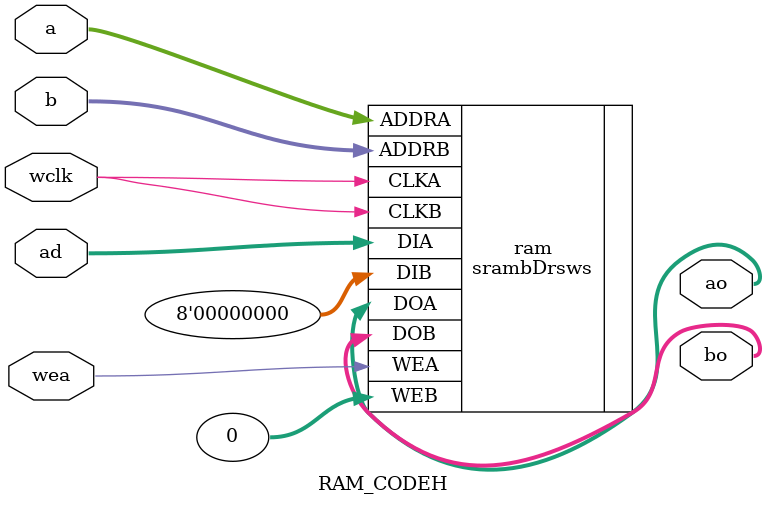
<source format=v>
`define ALTERA
`define GENERIC_RAM

module RAM_SPRIMG (
    input [7:0] dia,
    output [7:0] doa,
    input wea,
    input ena,
    input clka,
    input ssra,
    input [14:0] addra,
    input [7:0] dib,
    output [7:0] dob,
    input web,
    input enb,
    input clkb,
    input ssrb,
    input [14:0] addrb
    );
`ifdef GENERIC_RAM
	srambDrsws #(
		.DATA_WIDTH(8),
		.ADDR_WIDTH(15)
	) ram (
		.DIA(dia),
      .WEA(wea),
      .CLKA(clka),
      .ADDRA(addra),
      .DOA(doa),

      .DIB(dib),
      .WEB(web),
      .CLKB(clkb),
      .ADDRB(addrb),
      .DOB(dob),
	);
	
`elsif ALTERA
	RAMB16_S8_S8 ram (
	    .DIA(dia),
      .WEA(wea),
      .ENA(ena),
      .CLKA(clka),
      .ADDRA(addra),
      .DOA(doa),
      .SSRA(ssra),

      .DIB(dib),
      .WEB(web),
      .ENB(enb),
      .CLKB(clkb),
      .ADDRB(addrb),
      .DOB(dob),
      .SSRB(ssrb)
	);

`else
    RAMB16_S1_S1 #(
      .INIT_00(256'b0000000000010001000000000000000100000000001000110000000000000011000000000000011100000000110001110000000000001111000000010001111100000000001111110000011000111111000011000111111100011000111111110010000111111111010000111111111110000111111111111000111111111111),
.INIT_01(256'b0000000000000100000000000000010000000000000001000000000000000000000000000000001010000000000000101000000000000000000000000000000110000000000000001100000000000000110000000000000110000000000000011000000000000000100000000000000011000000000000001100000000000000),
.INIT_02(256'b1111111111111111111111111111111111111111111111111111111111111111111111111111111111111111111111111111111111111111011111111111111100111111111111110001111111111111000011111111111100000111111111110000001111111111000000011111111100000001111111111001000011111111),
.INIT_03(256'b0011101000000001011101010000000000111110100000010111111101010000111111111010101111111111110101101111111010101000111111111101000011111110101000001111111111000000111111111010000011111111000000001111111010000000111111110000000011110110000000001110010000000000),
.INIT_04(256'b1111000010000000111110000100000011111000101000001111110000010000111111000000000011111100000000001111110001000010111111000100000011111100010100111111110001101010111111000101010111111100011111111111110001010101111111000111111111111100011111111111110001111111),
.INIT_05(256'b1111111111111111111111111111111101111111111111110001111111111111000001111111111100000001111111110000000011111111100010000011111111100000000011111111000100000111111100001000000111110000000000001001110000010000110101100000100011110101100001001111100101100000),
.INIT_06(256'b1111111111000001111111111000001111111111000001111111110000101111111110000101111111110000101111111100001011111111000001011111111100000111111111110010111111111111101111111111111111111111111111111111111111111111111111111111111111111111111110001111111111101101),
.INIT_07(256'b0111111111111111001111111111111100011111111111111000111111111111010001111111111100000011111111110000000111111111100000001111111101000000011111111110001000111111111110000011111110101100000111111011100000001111101111011100011100111111110000111011111111110001),
.INIT_08(256'b1111111111111100111111111111111011111111111111111111111111111111111111111111111101011111111111111000000011100111010111111000000111111111111111111111111111111111111111111111111111111111111111111111111111111111111111111111111111111111111111111111111111111111),
.INIT_09(256'b0000000101011111001000000010101000100010000000010011101000000001010111111111111100111111111111110101011111111111001111111111111101010111111111111011111111111111010111111111111110111111111111110111111111111111100101111111111111010111111111110000011011000100),
.INIT_0A(256'b1111101000111110011110000000001100001011111111110101010111111111000010101011111100000101011111110000101010111111000001011111111100000010101111110001010111111111000000101111111101010101111111111001111111000101000000000000000000000000000000011111111111111111),
.INIT_0B(256'b0000101111111111000001011111111100001011110101000001011111110000000001111000000000010000000000000000000000001111000000000111111100000011111111110000111111111111001111111111111111111111111111111111111111111111111111111111111111111111111111111111111111110001),
.INIT_0C(256'b1111111111111111111111111111111111111111111111111111111111111111111111111111111111111111111111111111111111111111111111111111111111111111111111111111111111111000111111110000000011111000000000001000000000000110000000001000111100000100111111110100111111111111),
.INIT_0D(256'b1111111111100000111111111111111111111111111111111111111111111111111111111111111111111111111111110111111111111111001111111111111100011111111111110000011111111111010000011111111101000000011111110010100000001111001101100000000001110101100000000110101101010000),
.INIT_0E(256'b1111111111000111111111100000111111111111000111111111110000011111111111100011111111111100001111111111101000111111111111000111111111111000011111111111100000000000111111000000000011111000000000001111100000000000111111011111111111111101111111111111111001111111),
.INIT_0F(256'b1111111111111000111111111110000011111111100000011111111100000101111111000001010011111000010100001110000001000000110000100000101010000010000001010001100000001011000100000001011101000000000011111000000000010110000000000000111100000000000011100101000000111010),
.INIT_10(256'b1100000000000000010000000000100001000000000000001100000000011000000000000000100011000000000100010000000000000001100000000000000110000000000000010000000000010001000000000000001100000000000000110000000001000011000000000100011100000000000001100000000001000100),
.INIT_11(256'b0011000110101101111000010001001010000000010010110000000011100011000000001100001100000000000001110000000000101111000000000001011100000000000011110000000000111111000000000011111100000000000011110000000000001111100000000001111110000000000011110000000000011111),
.INIT_12(256'b1000000000000000111000000100000001000000000000001011000000000000010100000000000000100000000000000011000000000000000000000000000000010000000000001001100000000000110000000000000000010100000000010001001000000010000011010000011000000101101010001000000101100000),
.INIT_13(256'b1101001011100000111110100001100011100100000011101111110000001110111011000000000011110101000001111111011011001101111101100000110011111011110100001111101010000000111110000100000011111100100000001111110100000000111111010000000011111110000000001011111010001110),
.INIT_14(256'b1111111111111111111111111111111111111111111111111111111111111111111111111111111111111111111111111111111111111111111111111111111111111111111111111111111111100000111111111000000011111111000000001111111000010110111111000000000011111100000100001111100010111000),
.INIT_15(256'b0000001001011111000000100100111100000001000101110000000101100111000000000010111100000001001011110000000100010011000000010000010000000001000101110000000000001110000000000000001000000010000010100000001100000111000000110010001100000001000001110000000000100001),
.INIT_16(256'b1111111111111111111111111111111111111111111111111111000000011111011000000000011100000000000000110000011111000001100000110001100011000111100011001001111111000010011011111111101101001100011101010011010110111110000110101111111100001111011111110000001011111111),
.INIT_17(256'b1000000000000000000000000001000010000000000000000000000000000000000000000000000000001000000000000001000000000000000010000000000000110100000000000001100000000000000111100000000000100100000000000101011000000000000010100000000001000101000000000100001000000000),
.INIT_18(256'b1111111111111111111111111100001111111111100000001111111100000000111111100000110011111100010111011111100001000001111100010111111000110001100111110000001010001100000000101001100001000000110100010011001011010100111010001110100011111000110110000111110111110000),
.INIT_19(256'b1111111111011110111111111111110111111111111111101111111111111101111111111111111011111111111111001111111111111110011111111111110011111111111111100111111111111100011111111111101010111111111111000111111111111000101111111111110100111111111110100111111111111101),
.INIT_1A(256'b1111111111111111111111111111111111111111111111111111111111111111000011111111100000000111111100000000001111100000110100011100011011100000100011100011000010011001000111000000000001011010000101100010101000110110111110000001011011111101110110001111111010111101),
.INIT_1B(256'b0000001111111110011111111111111111111111111111100101111111111110111111111111111101111111111111111111111111111110111111111111111000000111111111100101111111111111110011111111111100100111111111010001111111111110010011111111111100011111111111011101111111111001),
.INIT_1C(256'b0111111111111111001111111111111100011111111111110000111111111111100000111111100011000001111100001001000011100000110001000000010111110100000011101111110100001100111111111100000011111111110110001111111001001100111111111001100011111111101010011111111111111101),
.INIT_1D(256'b0000000011010001000000011100001000000010100001010001001000000011010111000000010101000010000010110011010000000111001010000000101100110100000101100011000000001001000100000010001000001000010101100001000010100010000100010101101000000010110100100000010101010010),
.INIT_1E(256'b1110000010101010111000001000011100000011101010000000001000101111000000010000000001100111100111111011011110111111010110100111111100111000011111111001110001111111000010001111111100000001001111110000000010011111000000000100111100000000001011110000000000010111),
.INIT_1F(256'b0000000000011001000000000000000110000000000100011000000000010001000001010000100100000000000000011001010101000001100000100000100110010101010110011010101010000001001101010111001100111010101000110001111111010011000010101000001100000111100001110011000000001111),
.INIT_20(256'b0000000000010111000000000011111100000000011111110000000000111111000000000011111000000000001010000000000000000000000000000000000000000000000000000000000000000000000000000000000010000000000000000000000000000000100000000000000010000000000000011000000001010101),
.INIT_21(256'b1111111111111111111111111111111111111111111111111111111111111111111111111111111111111111111111111111111111111111111111111111111111111111111111111111111111111111111111111111111111111111111111111111000111110000110000011000000010000000000000000000000000010110),
.INIT_22(256'b1110010000000000111011000000000011101000000000001110101000000000111010100000000011000111010100001100001010000000110011010101000011000110101000001100010101010100100001111010100110010101010101011000111111111000100101110101010000011111111110010001111111110101),
.INIT_23(256'b0100000100001111110000011100011100001001110000110100001111000001101000111100100001000001011010001010100000100100010000000110010010101000011100000000000000110000000000000000010100000000000001000000000000001001100000000000001101000000000001100010000000000000),
.INIT_24(256'b1111100000000111111110100100011111111100011000111111110101100011111111110001001011111111101000101111111101100010111111111111000011111111111100001111111111100001111111111101000111111111111000000111111101100000001111110010000110011001000000000010110100001000),
.INIT_25(256'b1111111111100110111111111011011011111111011010101111111100000100111111111100100011111111010100001111111010000000111111001010000011111101000000111111111001000111111110010000011111111010100011111111101010001111111101100000111111110010000111111111101100011111),
.INIT_26(256'b1100010110011111001000011000111100011001000001110000100100011111000011010000001100000001000011110000000100000001000000010000000000000011000000110000000110010001000000111001100000000001000111000000011110011110000000010011111100001000001111110100100001111111),
.INIT_27(256'b0000000000000011000000010011000100000000001100110000000100110111000000001010011100000001001000110000000100101111000000011010011100000000101001110000000100001111000000000101011100000000110011110000000011111111000000001111111100000000111011110000000011111111),
.INIT_28(256'b1111111111111111111111111111111111111111111111111111111111111111111111111111111111111111111111111111111111111111111100000111111111000000000111111000000000001111000101011100011100110110000000110011110101010011000111110011000100011011100000010111111100010001),
.INIT_29(256'b0000000000001000000000000000010000000000000011000000000001000000001001000100000000000100010000001010000001001000010101100100100010100101010010000101001011001000101000010100110011110111110000011010111110000000111101111000000010111111100001111111001110000111),
.INIT_2A(256'b1100010011111011101000100111101111010001111101001010000011100010110000000111010010101000111000001100000000010000101010000010010011000000010001001010100000100000110000000100100010100000010010001101000000001000101000000000100011010000000011001000000001001100),
.INIT_2B(256'b1100111111111110010001111111111111001011111111110100011111111111110000011111111111000001111111111100000111111111110000011111111111000001111111110000000001111111001000001011111111000000011111110100001000010010111000110000100111000111100000000000111111000000),
.INIT_2C(256'b0101110000101011111111010101101101011110001111011111111001011101111111100011111111111111111111111111111110111111111111110011111111111111111111111111111110111110111111111001110011111111111111001111111111111110111111111111111011111111110011001111111111101100),
.INIT_2D(256'b1111111111111111111111111111111111111111111111111111111111111111111111111111111100111111111111110000111111111111000001111111111100000011111111111101000111111111000110001111111111110000011111111100101000111110000111100011110000101101000110000001111100010001),
.INIT_2E(256'b0100000000000000010000000000000011000000000000000000000000001000010000000000100001000000000010000000000000000000000000000000000000000000000000000000000000001010010000000000100001000000000010100100000000001101010000000000101001000000000011110100000000001101),
.INIT_2F(256'b0000011000000000100001000000000100000000000000001000010000000000000000000000000000000000000000000000000000000000000000000000000000000000000000000000000000000000000000000000001000000000000000000000000000000010000000000000000100000000000010100000000000000101),
.INIT_30(256'b1111111111111111111111111111111111111111111111111111111111111111111111111111111111111111111111111111111111111111011111111111111100111111111111110001111111111111000011111111111100000111111111111010001111111111010000011111111100100000111111111011010001111111),
.INIT_31(256'b1111111110101001111111111111000111111111101010100111111111110010111111111110100001111111111110001111111100100000111111001000000011111010000001001111000000011100100100000011110010000000111111000000001111111100000011111111110001111111111111001111111111111100),
.INIT_32(256'b0000010110111101000000100111101000000101011111000000101100101010000001110001110010000111000101100000111100010100000011111000100011011111000010000001111000000100000111110000100001011100000000000001111000000000001110000100010011110100010000000011100010001000),
.INIT_33(256'b0000011111111111000000001111111101000000001111111101000000001111000110100000011100000110100000010000000111000000000000000111000000000000001101000000000000001010000000000000011100000000000000110000000000000001000000000000000010000000000000000110000000000100),
.INIT_34(256'b0000000000000011000000000000010100000000000010110000000000000101100000000010101100000000000001011000000000101011000000000000011100000000000011101010000000010110000111111111000010000000000000001100000000000000010000000000111100100000011111110000100000000111),
.INIT_35(256'b0000000000101100000000000000001000000000010110100000000000001101000000000101011000000000000011100000000001010111000000000000101100011000000101110001000000001011101000000000011110000000000010110000001000000111000000100000101100001110000001110100100000001110),
.INIT_36(256'b1000010101001110000010101000000100000111110000000000111110100000010101111101000000101111011010100001011011010000001011100110100001011110111101000011111001111010011100000011111000011110000010111000000010001000010100000011110010000000000000010101000000000000),
.INIT_37(256'b1111110010100000111111110000000011111111111000001111111111111000111111111111011011111111111110011111111111111100111111111111110111111111111111100111111111110101101111111111111000011111111101010000011111111110000000101111111111000000110111111111000000111101),
.INIT_38(256'b1111110110111100111111110111110011111111101101101111111101101011111111101111000011111110111010101111111101010000111111110010000011111111000100001111111110001000111111101000000011111111110011001111111010100000111111110100000101111110101010000111111111010000),
.INIT_39(256'b1111111111111010111111111111111111111111111110101111111111111111111111111111111111111111111110101111111110110010111110101001000011110111000000011111100000000000000000000000000100000000100010110000011100010111001111100010110011111110000101001111110001101000),
.INIT_3A(256'b1111111111111111111111111111111111111111111111111111111111111111111111111111111111111111111111111111111111111111111111111111111111111111111111111111111111111111111111111111111111111111111100001111111000000000111110000000000011100000000001101000000110000111),
.INIT_3B(256'b1111111111111011111111111111110111111111111111111111111111111100101111111111111000011111111111110000111111111111000001111111111100000011111111110000010111111111000000111111111100000001111111110000000111011111000000101110111100000001111001110000000010110011),
.INIT_3C(256'b0000101111111110000001111111101100001011111011000001010110110000000000111100000000000100100000110000100000001111000001110001111100001101000111110000000000111111000110000011111100000010001111110011001000111110000000100011110001001110001111000000110001111000),
.INIT_3D(256'b1111111111111111111111111111111111111111111111111111111111111111111111111111111111111111111111111111111111111111111111111111110011111111111100001111111111100000111111111000001011111111000010001111111000010001111111000100101111111000100101011111000100101010),
.INIT_3E(256'b1000000000000001100000000000000100000000000000001000000000000000100000000000000110000000000000001000000000000000000000000000000010000000000000000100000000000001000000000000000101000000000000010000000000000011001000000000001000000000000000110010000000000000),
.INIT_3F(256'b1111111111111111111111111111111111111111111111101111111111111100111111111111110011111111111110001111111111110000111111111110000111111111111000011111111111000010111111111000100011111111000100001111111000000000111111100000000011111100000000001111100010000000)
    ) ram0 (
      .DIA(dia[0]),
      .WEA(wea),
      .ENA(ena),
      .CLKA(clka),
      .ADDRA(addra),
      .DOA(doa[0]),
      .SSRA(ssra),

      .DIB(dib[0]),
      .WEB(web),
      .ENB(enb),
      .CLKB(clkb),
      .ADDRB(addrb),
      .DOB(dob[0]),
      .SSRB(ssrb)
      );

    RAMB16_S1_S1 #(
      .INIT_00(256'b0000000000001111000000000000111100000000000111110000000000011111000000000111111100000000001111110000000001111111000000011111111100000011111111110000000111111111000000111111111100000111111111110000111111111111000111111111111100111111111111110111111111111111),
.INIT_01(256'b0000000000000011000000000000011100000000000000110000000000000001000000000000001100000000000000010000000000000001100000000000000010000000000000001000000000000001100000000000000011000000000000001100000000000000110000000000000011000000000000001100000000000000),
.INIT_02(256'b1111111111111111111111111111111111111111111111111111111111111111111111111111111111111111111111111111111111111111111111111111111111111111111111111111111111111111111111111111111111111111111111110111111111111111001111111111111100011111111111110000111111111111),
.INIT_03(256'b1101101000000001101101010000000010111110100000010111111101010001111111111010101011111111110101001111111010101100111111111101100011111110101100001111111111100000111111111110000011111111100000001111111110000000111111010000000011111010000000001111010000000000),
.INIT_04(256'b1111111110000000111111110100000011111111001000001111111110010000111111111000100011111111100001001111111110000000111111111000001011111111100100101111111110101011111111111001010111111111101111111111111110010101111111111011111111111111101111111111111110111111),
.INIT_05(256'b1111111111111111111111111111111111111111111111111111111111111111111111111111111101111111111111110001111111111111100001111111111111100011111111111111000011111111111100000111111111110000001111110111110000001111110011100000011111110011100000111111100011100001),
.INIT_06(256'b1111111111111101111111111111101111111111111101111111111111001111111111111001111111111111001111111111110011111111111110011111111111110111111111111100111111111111001111111111111111111111111111111111111111111111111111111111111011111111111111011111111111110111),
.INIT_07(256'b1111111111111111111111111111111111111111111111110111111111111111101111111111111111011111111111111110111111111111011101111111111100111011111111110111110111111111000101111111111101111010111111110111110101111111011111110011111111111111100111111111111111001111),
.INIT_08(256'b1111111111111100111111111111111011111111111111111111111111111111111111111111111111111111111111110000000000011111111111111000000011111111111111111111111111111111111111111111111111111111111111111111111111111111111111111111111111111111111111111111111111111111),
.INIT_09(256'b0000000101011111111000000010101010011110000000011111100111111110111111111111111111111111111111111111111111111111111111111111111111111111111111111111111111111111111111111111111111111111111111111111111111111111111111111111111101100111111111111111100011111100),
.INIT_0A(256'b1111111111111111111110000000001111111111111111111111111111111111111111111111111111111111111111111111111111111111111111111111111111111111111111111111111111111111111111111111111111111111111111110001111111000011111111111111111111111111111111111111111111111111),
.INIT_0B(256'b1111111111111111111111111111111111111111111100101111111110101111111111010111111111111011111111111110111111111111001111111111111111111111111111111111111111111111111111111111111111111111111111111111111111111111111111111111111111111111111111111111111111111111),
.INIT_0C(256'b1111111111111111111111111111111111111111111111111111111111111111111111111111111111111111111111111111111111111111111111111111111111111111111111111111111111111111111111111111111111111111111111111111111111111000111111110000111111111000111111111000111111111111),
.INIT_0D(256'b1111111111111111111111111111111111111111111111111111111111111111111111111111111111111111111111111111111111111111111111111111111111111111111111111111111111111111001111111111111111011111111111111110011111111111111111011111111111110011011111111100011011001111),
.INIT_0E(256'b0000000010111111000000010111111100000000111111110000001011111111000000011111111100000001111111110000010111111111000001111111111100000011111111110000001111111111000001111111111100000101111111110000011000000000000000011111111100000010111111110000000111111111),
.INIT_0F(256'b1111111111111111111111111111111111111111111111101111111111111001111111111110011111111111100111111111111101111111111111001111010111111011111110101110111111110100110111111110100011111111111100001111111111101000111111111111001011111111111100101111111111010001),
.INIT_10(256'b0100000000001111010000000000111101000000000001111100000000000111100000000001011101000000000111110000000000001111100000000001111110000000000011110000000000101111000000000001111100000000001111110000000000011111000000000111111100000000011111110000000010111111),
.INIT_11(256'b0011011100101110111000100001010110000001100011100000000011001000000000000000110000000000011100000000000000011000000000000000100000000000001000000000000000010000000000000001000000000000000100000000000000010000000000000000000000000000000100001000000000000000),
.INIT_12(256'b0000000000000000000000000000000010100000000000000111000000000000100100000000000011010000000000001101000000000000111000000000000011100000000000001111100000000000011100000000000011011100000000011110101000000011111100010000000011111011000100111111111001101111),
.INIT_13(256'b1100110011100111111100111111101111100111111111111110111111111111111011111111111111110110111110011111111100101001111100110001110011111010101100001111111001000000111110001100000011111111100000001111110100000000111111010000000011111110000000101011111010001110),
.INIT_14(256'b1111111111111111111111111111111111111111111111111111111111111111111111111111111111111111111111111111111111111111111111111111111111111111111111111111111111111111111111111111111111111111111111111111111111100110111111111101111111111111101011111111111101000111),
.INIT_15(256'b1111111001101111111111101110111111111111101001111111111110111111111111111111011111111111110100111111111111111011111111111110100011111111111010111111111011111000111111101111010111111110111101001111111011111100111111101111100011111100111110001111111111111110),
.INIT_16(256'b1111111111111111111111111111111111111111111111111111111111111111111111111111111111111111111111111111101111011111011101001111011110101000011110110111000000111101001100000000011000010000001000011110100101111110111101010111111111111101111111111111110111111111),
.INIT_17(256'b0111111111101111111111111111111101111111111111111111111111111111111111111111111111100111111111111110111111111111111111111111111111110011111111111100011111111111111111011111111111000011111111111100111111111111101100011111111110111111111111111111101011111111),
.INIT_18(256'b1111111111111111111111111111111111111111111111111111111111111111111111111111001111111111100111001111111101111111111111101000000111111111000000001111110100000000111111010001110000111101000100001110110100000011000101110011011100001111001001110000001100001111),
.INIT_19(256'b0000000000100001000000000000001000000000000000010000000000000010000000000000000100000000000000110000000000000001100000000000001110000000000000010000000000000011000000000000010101000000000000111000000000000111110000000000001001000000000001011100000000000010),
.INIT_1A(256'b1111111111111111111111111111111111111111111111111111111111111111111111111111111111111111111111111111111111111111110011111111100000010111111101010000101111100000000001111111000011111101110001100001111111100110000001101110010100000010001000100000000010000000),
.INIT_1B(256'b0000000000000001000000000000000000000000000000010000000000000001000000000000000100000000000000010000000000000000000000000000000000000000000000001010000000000000010000000000000100010000000000100010000000000011001000000000001101000000000000110000000000000101),
.INIT_1C(256'b1111111111111111111111111111111111111111111111111111111111111111011111111111111100011111111111110011111111111111000110111111100100001001111101000000010111111000000000001010100000000001011100010000000100010011000000001011001000000000000110000000000000001100),
.INIT_1D(256'b0000000000100000000000000000000000000001000000000000101100000000111011100000000000100000000000001101000000000000110111000000000011001000000000001100000000000000110010000000001011000000000001001101000000000100110000000000010011000000000111001100000000011100),
.INIT_1E(256'b1111111100111001111111100000001011111100111011011111111011010001111111111100000011101001100000000000110000000000000001000000000000000110000000000100111100000000000001000000000000000000000000000000000001000000000000000010000000000000000100000000000000001000),
.INIT_1F(256'b1000000000011111100000000001111100000000000011111000000000001111000000000000111110000000000001110000000000000111000000000000011100000000000001110000000000011111100000000001111110000000001011111100000000001111001000000101111110001001101111111110000101111111),
.INIT_20(256'b0000000000000000000000000010000000000000000000000000000000000001000000000100000000000000001101000000000000000000000000000000000000000000000000000000000000000000000000000000000000000000000000000000000000000000000000000000000000000000000000000000000000110001),
.INIT_21(256'b1111111111111111111111111111111111111111111111111111111111111111111111111111111111111111111111111111111111111111111111111111111111111111111111111111111111111111111111111111111111111111111111111111111111111111111111111111111111111111111111111111111111100111),
.INIT_22(256'b1111110000000000111101000000000011110100000000001111010000000000111101000000000011110000000000001111010000000000111110000000000011111000000000001111000000000000111110000000000011100000000000001110100000000001111110000000000011100000000000011110000000000000),
.INIT_23(256'b0110000001111111001100000111111100001000000111110000011000101111000000010011011100000000000111110000000010011011000000000101111100000000000011110000000000011101000000000001001000000000000000100000000000000011000000000000000010000000000000111000000000000000),
.INIT_24(256'b0000000000111111000001100111111100000000000111110000001100111111000000010010111100000000000011110000000011001111000000000001111100000000010111110000000001001110000000000110111100000000001111111000000010011111010000010001111101111010011111101100110011111111),
.INIT_25(256'b0000000000011000000000000110111000000000110110000000000000100011000000001000011100000001010011110000000100011111000000101001111100000000001111110000001100111111000001010111111100000000011111110000010001111111000011001111111100001000111111110000100011111111),
.INIT_26(256'b0001010011100000110010001110000011100100111110001111000011100000111101001111110011111100111100001111110011111110111111001111110111111110111111011111111011111110111111001111111111111110011111111111111001111111111111011111111111110011111111111010001111111111),
.INIT_27(256'b1111111100001010111111100000111011111111000010001111111000000000111111110001110011111110100101001111111010011000111111101001100011111111100100001111111000101000111111110011100011111111001100001111111100100000111111110011000011111111001100001111111100100000),
.INIT_28(256'b1111111111111111111111111111111111111111111111111111111111111111111111111111111111111111111111111111111111111111111111111111111111111111111111111111111111111111111001111011111111011000010111111110000100101111101000110001111111011011000111111011110100001111),
.INIT_29(256'b1111101111111011111110111111101111111011111101111111101111110111111111111111111111111111111101111111111111111111111110011111111111111010111101111111100101110111111110101111011111111100011110011111110000111111111111000011111111111100001110101111100000110001),
.INIT_2A(256'b1111100100001100111111010000111111111110100010111111111100011011111111110000101111111111100110111111111110101111111111111001101111111111111110111111111111011011111111111011101111111111101110111111111110111111111111111011111111111111101111111111111110111111),
.INIT_2B(256'b0111011111111111111101111111111101110111111111111111101111111111011110011111111101111111111111110111111111111111011111001111111101111110111111111111111011111111111111111011111100111111110111110011111111001001001111111111000001111111111111111111111111111111),
.INIT_2C(256'b0101111111111001111111001111100101011110111111111111111111111111111111101111111111111111011111111111111111111111111111110111111111111111101111111111111111111111111111111011111111111111110111111111111111111101111111111101110111111111110111011111111111101101),
.INIT_2D(256'b1111111111111111111111111111111111111111111111111111111111111111111111111111111111111111111111111111111111111111111111111111111111111111111111111100111111111111111101111111111100001011111111110000010111111111000000111111111100000010111111111000000111111110),
.INIT_2E(256'b0000000000000111100000000000011100000000000001111000000000000111110000000000011111000000000001111100000000001111110000000000111111000000000011111100000000001101100000000000111110000000000011011000000000001010100000000000110110000000000010001000000000001010),
.INIT_2F(256'b0000010000000001000001000000000100000100000000000000000000000000000000000000000000000000000000000000000000000000000000000000000000000000000000000000000000000000000000000000001000000000000000000000000000000010000000000000000100000000000010100000000000000101),
.INIT_30(256'b1111111111111111111111111111111111111111111111111111111111111111111111111111111111111111111111111111111111111111111111111111111111111111111111111111111111111111111111111111111101111111111111111001111111111111110111111111111111101111111111111111001111111111),
.INIT_31(256'b0000000000000000000000000000000100000000000000111000000000000111000000000000101110000000000001110000000001111111000000010011111100000100111111110001101111111111110011111111111101111111111111111111111111111111111111111111111111111111111111111111111111111111),
.INIT_32(256'b1111111100000000111111110000000011111111001000001111111101100000111111110111000001111111011100000111111101101000111111110111000000111111111110000011111011110000001111101111010001111101111111000011110111111100001110111111110000110011111111001111011111110100),
.INIT_33(256'b1111111111111111111111111111111100111111111111111100111111111111111110011111111111111110011111111111111110111111111111111110111111111111111100111111111111111001111111111111111011111111111111111111111111111111111111111111111101111111111111111101111111111111),
.INIT_34(256'b1111111111111100111111111111101011111111111101001111111111111010111111111101010011111111111110101111111111010100111111111111100011111111111100010011111111110010111000000000111101111111111111111011111111111111110111111111111111101111111111111111101111111111),
.INIT_35(256'b1111111111000001111111111111010111111111101000101111111111110000111111111010100011111111111100001111111110101000111111111111010011111111111010000100111111110100100111111111100010111111111101000111110111111000111110111111010011101101111110001011111111110001),
.INIT_36(256'b1111101010111110111101010111111111111000001111111111000001011111101010000010111111010000000101011110100000101111110100000001011110100000000010111100000000000101100000011000000100011100010110001111111100001010111111111100000011111111111111101111111111111111),
.INIT_37(256'b1111110111111111111111110111111111111111110111111111111111110111111111111111110111111111111111111111111111111111111111111111111111111111111111110111111111111111011111111111111111001111111111111111001111111111111111101111111111111111100111111111111111010001),
.INIT_38(256'b1111111110111100111111111011110111111111111111111111111101111111111111110111111111111111011111111111111101111111111111111111111111111111101111111111111111011111111111111110111111111111111110111111111111111101111111111111111101111111111111111111111111111111),
.INIT_39(256'b1111111111111111111111111111111111111111111111111111111111111111111111111111111111111111111111111111111111110001111111100100111111110010111111101101011111111100101111111111100111111111111100111111111111100111111111111100111111111111110110011111111110101111),
.INIT_3A(256'b1111111111111111111111111111111111111111111111111111111111111111111111111111111111111111111111111111111111111111111111111111111111111111111111111111111111111111111111111111111111111111111111111111111111111111111111111111111111111111111110001111111000000111),
.INIT_3B(256'b1111111111111111111111111111110111111111111111010111111111111110111111111111111100111111111111110001111111111111000011111111111100000111111111110000011111111111000000101111111100000001011111110000000110111111000000101101111100000001111011110000000010110111),
.INIT_3C(256'b0000101111111110000001111111101000001011111010110001010110101111000000110011111100000101011111110000101011111111000000101111111100000100111111110000100111111111000010011111111100010001111111110001000111111111001000011111111100001101111111110100111111111111),
.INIT_3D(256'b1111111111111111111111111111111111111111111111111111111111111111111111111111111111111111111111111111111111111111111111111111111111111111111111111111111111111111111111111111110011111111111100001111111111100001111111111000101111111111000101011111111000101010),
.INIT_3E(256'b0000000000000000000000000000000000000000000000011000000000000001100000000000000110000000000000001000000000000000000000000000000000000000000000001000000000000001110000000000000111000000000000011000000000000011110000000000001111100000000000001100000000000001),
.INIT_3F(256'b1111111111111111111111111111111111111111111111111111111111111111111111111111111111111111111111111111111111111111111111111111111011111111111111111111111111111110111111111111010011111111111010001111111111110000111111111110000011111111110000001111111110000000)
    ) ram1 (
      .DIA(dia[1]),
      .WEA(wea),
      .ENA(ena),
      .CLKA(clka),
      .ADDRA(addra),
      .DOA(doa[1]),
      .SSRA(ssra),

      .DIB(dib[1]),
      .WEB(web),
      .ENB(enb),
      .CLKB(clkb),
      .ADDRB(addrb),
      .DOB(dob[1]),
      .SSRB(ssrb)
      );

    RAMB16_S1_S1 #(
      .INIT_00(256'b0000000000001111000000000001111100000000000111110000000000111111000000000011111100000000011111110000000011111111000000001111111100000001111111110000001111111111000001111111111100001111111111110001111111111111001111111111111101111111111111111111111111111111),
.INIT_01(256'b0000000000000111000000000000001100000000000000110000000000000011000000000000000100000000000000010000000000000001000000000000000100000000000000010000000000000000000000000000000000000000000000000000000000000000000000000000000000000000000000000000000000000000),
.INIT_02(256'b1111111111111111111111111111111111111111111111111111111111111111111111111111111111111111111111111111111111111111111111111111111111111111111111111111111111111111111111111111111111111111111111111111111111111111111111111111111111111111111111110111111111111111),
.INIT_03(256'b1110010111111110110010101111111111000001011111101000000010101110000000000101010000000000001010000000000101010000000000000010000000000001010000000000000000000000000000000010000000000000000000000000000010000000000000010000000000000010000000000000010000000000),
.INIT_04(256'b1111111100000000111111111000000011111111110000001111111111100000111111111111000011111111111110001111111111111100111111111111110011111111111011001111111111010100111111111110101011111111110000001111111111101010111111111100000011111111110000001111111111000000),
.INIT_05(256'b1111111111111111111111111111111111111111111111111111111111111111111111111111111111111111111111111111111111111111011111111111111100011111111111110000111111111111000011111111111100001111111111110000001111111111110000011111111111110000011111111111100000011111),
.INIT_06(256'b1111111111111110111111111111110011111111111110001111111111110000111111111110000011111111110000001111111100000000111111100000000011111000000000001111000000000000110000000000000000000000000000000000000000000000000000000000000000000000000000010000000000000111),
.INIT_07(256'b1111111111111111111111111111111111111111111111111111111111111111011111111111111100111111111111110001111111111111000011111111111100000111111111110010001111111111011100011111111101111001111111110111110011111111011111110111111101111111101111110111111111011111),
.INIT_08(256'b0000000000000011000000000000000100000000000000000000000000000000000000000000000000000000000000000000000000000000111111111000000011111111111111111111111111111111111111111111111111111111111111111111111111111111111111111111111111111111111111111111111111111111),
.INIT_09(256'b1111111010100000000111111101010110000001111111101111100000000000111111111111111111111111111111111111111111111111111111111111111111111111111111111111111111111111111111111111111111111111111111111111111111111111111111111111111110000111111111111111111100000011),
.INIT_0A(256'b0000000000000000111110000000001111111111111111111111111111111111111111111111111111111111111111111111111111111111111111111111111111111111111111111111111111111111111111111111111111111111111111110001111111000000111111111111111111111111111111111111111111111111),
.INIT_0B(256'b1111111111111111111111111111111111111111111100011111111110011111111111001111111111110111111111111101111111111111011111111111111111111111111111111111111111111111111111111111111111111111111111111111111111111111111111111111111111111111111111111111111111111111),
.INIT_0C(256'b1111111111111111111111111111111111111111111111111111111111111111111111111111111111111111111111111111111111111111111111111111111111111111111111111111111111111111111111111111111111111111111111111111111111111111111111111111000011111111000000001111000000000000),
.INIT_0D(256'b1111111111111111111111111111111111111111111111111111111111111111111111111111111111111111111111111111111111111111111111111111111111111111111111111111111111111111111111111111111100111111111111110001111111111111000000111111111100010000111111110000111000111111),
.INIT_0E(256'b1111111111111111111111111111111111111110111111111111111111111111111111011111111111111111111111111111111111111111111111111111111111111011111111111111101111111111111111111111111111111111111111111111110111111111111111000000000011111110000000001111111100000000),
.INIT_0F(256'b1111111111111111111111111111111111111111111111111111111111111110111111111111100011111111111000001111111110000000111111110000000011111100000000001111000000000000111000000000000010000000000000000000000000000000000000000000001000000000000001010000000000011111),
.INIT_10(256'b0011111111110111001111111111011100111111111111111011111111111111111111111111111110111111111111111111111111101111011111111110111101111111111111111111111111111111111111111101111111111111110111111111111111111111111111111111111111111111101111111111111111111111),
.INIT_11(256'b0011000011010000000111101110100101111111011100111111111110110011111111111011011111111111110001111111111111001111111111111100111111111111111011111111111111111111111111111111111111111111111111111111111111111111111111111111111111111111111111111111111111111111),
.INIT_12(256'b0011111111111111001111111111111100111111111111110010111111111111000011111111111100001111111111110000111111111111000111111111111100011111111111110001011111111111100011111111111111101011111111101111010111111101111110101111110111111101111101111111111110011111),
.INIT_13(256'b0011111100011000000011000000010000001000000000000001000000000000000100000000000000000000000000010000100000001110000010000010001100000000100011110000010000111111000001010011111100000010011111110000001011111111000000101111111100000001111111100100000101110101),
.INIT_14(256'b1111111111111111111111111111111111111111111111111111111111111111111111111111111111111111111111111111111111111111111111111111111111111111111111111111111111111111111111111111111111111111111111111111111111111001111111111110000011111111110000001111111110000000),
.INIT_15(256'b0000000110010000000000011000000000000000110010000000000011001000000000001100000000000000111001000000000011100000000000001111001100000000111100100000000111110001000000011111100100000001111110000000000111111000000000011111110000000011111111000000001111111100),
.INIT_16(256'b1111111111111111111111111111111111111111111111111111111111111111111111111111111111111111111111111111110000111111111110000000111101110000000001110010000000000011000000000000000111000000001111000001000110000001000010010000000000000100000000000000010000000000),
.INIT_17(256'b0000000000010000000000000000000000000000000000000000000000000000000000000000000000010000000000000001000000000000000100000000000000011000000000000010100000000000001010000000000000010100000000000011010000000000011110100000000001111010000000000111111100000000),
.INIT_18(256'b1111111111111111111111111111111111111111111111111111111111111111111111111111111111111111111000111111111110000000111111110000000011111110000000001111111000000000111111100001111111111110000110000001111000010000000011100010000000000110001000000000011000100000),
.INIT_19(256'b0000000000000000000000000000000000000000000000000000000000000000000000000000000000000000000000000000000000000000000000000000000000000000000000001000000000000000100000000000000010000000000000001000000000000000100000000000000000000000000000000000000000000000),
.INIT_1A(256'b1111111111111111111111111111111111111111111111111111111111111111111111111111111111111111111111111111111111111111001111111111111100001111111110000000011111110000000000111110000011111011111001100000010111000110000000111100011000000000110000000000000101000100),
.INIT_1B(256'b0000000000000000000000000000000000000000000000000000000000000000000000000000000000000000000000000000000000000001000000000000000100000000000000010111000000000001010100000000000100000000000000000010000000000000000000000000001001000000000000000000000000000010),
.INIT_1C(256'b1111111111111111111111111111111111111111111111111111111111111111011111111111111101111111111111110000111111111111000001111111111000000011111110000000000011110000000000100111000000000001001000010000000000100010000000000000000000000000010001000000000000100000),
.INIT_1D(256'b0000000001000000000000001000000000000001000000000000011000000000001001100000000011110000000000001110010000000000111010000000000011101000000000001110100000000001111000000000001011100000000001001111000000001000111100000000000011110000000000001111000000010000),
.INIT_1E(256'b1111111111000111111111110000000111111110111011001111110011100000111111011000000000011101000000000000000100000000000000010000000000000001000000000011110100000000000000100000000000000000100000000000000000000000000000000000000000000000000000000000000000000000),
.INIT_1F(256'b0000000000000111000000000000011100000000000001111000000000000111100000000000011100000000000011110000000000001111000000000000111100000000000011110000000000001111000000000001111110000000000111110000000000011111100000000111111111010000111111111100000011111111),
.INIT_20(256'b0000000000000000000000000000000000000000000000000000000001000001000000000000001000000000000110000000000000000000000000000000000000000000000000000000000000000000000000000000000000000000000000000000000000000000000000000000000000000000000000000000000000001100),
.INIT_21(256'b1111111111111111111111111111111111111111111111111111111111111111111111111111111111111111111111111111111111111111111111111111111111111111111111111111111111111111111111111111111111111111111111111111111111111111111111111111111111111111111111111111111111111000),
.INIT_22(256'b1111100000000000111110000000000011111000000000001111100000000000111110000000000011111000000000001111100000000000111100000000000011110000000000001111000000000000111110000000000011111000000000001111000000000000111000000000000111100000000000011111000000000000),
.INIT_23(256'b0110000011111111000100000011111100000000001111110000001000011111000000010000111100000000000001110000000000000111000000000000001100000000001000110000000000010011000000000000000100000000000010010000000000000000000000000000010000000000000000111000000000000011),
.INIT_24(256'b0000010001111111000000100011111100000010001111110000000100011111000000000001111100000000100111110000000001011111000000000100111100000000000011110000000000011111000000000001111000000000010111100000000000111110000000000111111010100110111111111111001111111111),
.INIT_25(256'b0000000000000000000000000010000100000000010001110000000010011111000000001011111100000000001111110000000101111111000000000111111100000010111111110000001011111111000000001111111100000101111111110000010111111111000001011111111100000001111111110000000111111111),
.INIT_26(256'b0000110001110000000000000110000000000100011000000000010001111000000000000111000000000000011111000000000001111000000000000111110000000010011111110000001001111111000000100111111100000010111111110000001011111111000001001111111100001001111111111110011111111111),
.INIT_27(256'b0000000010011100000000001001100000000000100110000000000010011100000000001001000000000000100100000000000010011000000000001001100000000000100110000000000000010000000000000000000000000000000000000000000000000000000000000001000000000000000100000000000000010000),
.INIT_28(256'b1111111111111111111111111111111111111111111111111111111111111111111111111111111111111111111111111111111111111111111111111111111111111111111111111111111111111111111110000111111111100000001111111100000100011111110000110000111110011011000011110100001100001111),
.INIT_29(256'b0000000000110000000000000011010000000000001100000000000000110000000001000011100000000100001110000000010000110000000001000011000000000100001110000000010000110000000001000011110000000000001111000000000001111111000000000111111100000000011111000000010001111010),
.INIT_2A(256'b0000000100000110000000000000010000000000100001100000000010000100000000001000000000000000000000000000000000000100000000000000010000000000010001000000000001000100000000000100010000000000010001000000000001000100000000000100010000000000010001000000000001000100),
.INIT_2B(256'b0011000000000000001110000000000000111100000000000011100000000000001111100000000000111110000000000011110000000000001111110000000000111110000000000011111110000000000111110100000000011111101000000001111111101111000111111111111100111111111111110111111111111111),
.INIT_2C(256'b1010001000000110000000100000011010100000000000100000000100000010000000010000001000000000000000100000000010000010000000001000001000000000000000100000000001000010000000000100001000000000000000100000000000100010000000000010001000000000001000100000000000000010),
.INIT_2D(256'b1111111111111111111111111111111111111111111111111111111111111111111111111111111111111111111111111111111111111111111111111111111111111111111111110011111111111111000011111111111100000111111111110000001111111111000000011111111100000001111111111000000011111111),
.INIT_2E(256'b0011111111111000001111111111100010111111111110001011111111111000111111111111100011111111111110001111111111111000111111111111100011111111111110001111111111111000111111111111100011111111111110001111111111111000111111111111100011111111111110001111111111111000),
.INIT_2F(256'b1111111111111110111111111111111011111111111111111111111111111111111111111111111111111111111111111111111111111111111111111111111111111111111111111111111111111111111111111111110111111111111111111111111111111101111111111111111011111111111101011111111111111010),
.INIT_30(256'b1111111111111111111111111111111111111111111111111111111111111111111111111111111111111111111111111111111111111111111111111111111111111111111111111111111111111111111111111111111111111111111111110111111111111111001111111111111100011111111111110000111111111111),
.INIT_31(256'b1111111111111111111111111111111111111111111111101111111111111101111111111111111111111111111011111111111111011111111111110111111111111101111111111111011111111111101111111111111111111111111111111111111111111111111111111111111111111111111111111111111111111111),
.INIT_32(256'b0000000001111111000000001011111100000000111111110000000011011111000000001111111100000000111011110000000011111111100000001111011110000000111101111000000111111111100000011111111111000011111111111000001111111111100001111111111110001111111111111000111111111111),
.INIT_33(256'b1111111111111111111111111111111111111111111111110011111111111111000001111111111100000001111111110000000001111111000000000001111100000000000011110000000000000111000000000000000100000000000000000000000000000000000000000000000000000000000000001100000000000000),
.INIT_34(256'b1111111111111111111111111111111111111111111111111111111111111111111111111111111111111111111111111111111111111111111111111111111111111111111111110011111111110001111111111111111111111111111111110111111111111111001111111111111100011111111111110000011111111111),
.INIT_35(256'b1111111111110100111111111111101011111111111111001111111111111111111111111111111111111111111111111111111111111111111111111111111111111111111111110011101111111111011111011111111101111111111111111111111111111111111111011111111111110001111111111100001111111111),
.INIT_36(256'b0000000000000001000000000000000000000000000000000000000000000000000000000000000000000000000000000000000000000000000000000000000000000000000000000000000000000000000000011000000011100000001110001111111111110110111111111111111111111111111111111111111111111111),
.INIT_37(256'b1111110000000000111111110000000011111111110000001111111111110000111111111111110011111111111111111111111111111111111111111111111111111111111111110111111111111111101111111111111111101111111111111111101111111111111111001111111111111111000111111111111111100001),
.INIT_38(256'b1111111110000010111111111000001111111111100000011111111100000001111111110000000011111111000000001111111100000000111111111000000011111111100000001111111111000000111111111110000011111111111110001111111111111100111111111111111101111111111111110111111111111111),
.INIT_39(256'b1111111111111111111111111111111111111111111111111111111111111111111111111111111111111111111111111111111111110000111111100011111111110001111111111100111111111111011111111111111011111111111111001111111111111000111111111111000011111111111000011111111111001111),
.INIT_3A(256'b1111111111111111111111111111111111111111111111111111111111111111111111111111111111111111111111111111111111111111111111111111111111111111111111111111111111111111111111111111111111111111111111111111111111111111111111111111111111111111111111111111111111111000),
.INIT_3B(256'b0000000000000011000000000000000100000000000000010000000000000000100000000000000000000000000000000000000000000000000000000000000000000000000000000000010000000000000000100000000000000001000000000000000110000000000000101100000000000001111000000000000010110000),
.INIT_3C(256'b0000101111111110000001111111100100001011111001110001010110011111000000110111111100000100111111110000100111111111000000011111111100000011111111110000011111111111000001111111111100001111111111110000111111111111000111111111111100110011111111110011001111111111),
.INIT_3D(256'b1111111111111111111111111111111111111111111111111111111111111111111111111111111111111111111111111111111111111111111111111111111111111111111111111111111111111111111111111111111111111111111111111111111111111110111111111111010011111111111010101111111111010101),
.INIT_3E(256'b1000000000000000100000000000000010000000000000000000000000000000000000000000000000000000000000010000000000000001100000000000000110000000000000011000000000000000100000000000000010000000000000001100000000000010110000000000001011000000000000101110000000000001),
.INIT_3F(256'b1111111111111111111111111111111111111111111111111111111111111111111111111111111111111111111111111111111111111111111111111111111111111111111111101111111111111100111111111111100011111111111100001111111111100000111111111100000011111111100000001111111100000000)
    ) ram2 (
      .DIA(dia[2]),
      .WEA(wea),
      .ENA(ena),
      .CLKA(clka),
      .ADDRA(addra),
      .DOA(doa[2]),
      .SSRA(ssra),

      .DIB(dib[2]),
      .WEB(web),
      .ENB(enb),
      .CLKB(clkb),
      .ADDRB(addrb),
      .DOB(dob[2]),
      .SSRB(ssrb)
      );

    RAMB16_S1_S1 #(
      .INIT_00(256'b1111111111111111111111111111111111111111111111111111111111111111111111111111111111111111111111111111111111111111111111111111111111111111111111111111111111111111111111111111111111111111111111111111111111111111111111111111111111111111111111111111111111111111),
.INIT_01(256'b1111111111111111111111111111111111111111111111111111111111111111111111111111111111111111111111111111111111111111111111111111111111111111111111111111111111111111111111111111111111111111111111111111111111111111111111111111111111111111111111111111111111111111),
.INIT_02(256'b1111111111111111111111111111111111111111111111111111111111111111111111111111111111111111111111111111111111111111111111111111111111111111111111111111111111111111111111111111111111111111111111111111111111111111111111111111111111111111111111111111111111111111),
.INIT_03(256'b1111111111111111111111111111111111111111111111111111111111111111111111111111111111111111111111111111111111111111111111111111111111111111111111111111111111111111111111111101111111111111111111111111111101111111111111101111111111111101111111111111101111111111),
.INIT_04(256'b1111111111111111111111111111111111111111111111111111111111111111111111111111111111111111111111111111111111111111111111111111111111111111111111111111111111111111111111111111111111111111111111111111111111111111111111111111111111111111111111111111111111111111),
.INIT_05(256'b1111111111111111111111111111111111111111111111111111111111111111111111111111111111111111111111111111111111111111111111111111111111111111111111111111111111111111111111111111111111111111111111111111111111111111001111111111111100001111111111110000011111111111),
.INIT_06(256'b1111111111111111111111111111111111111111111111111111111111111111111111111111111111111111111111111111111111111111111111111111111111111111111111111111111111111111111111111111111111111111111111111111111111111111111111111111111111111111111111101111111111111000),
.INIT_07(256'b1111111111111111111111111111111111111111111111111111111111111111111111111111111111111111111111111111111111111111111111111111111111111111111111111001111111111111100011111111111110000111111111111000001111111111100000001111111110000000011111111000000000111111),
.INIT_08(256'b1111111111111111111111111111111111111111111111111111111111111111111111111111111111111111111111111111111111111111000000000111111100000000000000000000000000000000000000000000000000000000000000000000000000000000000000000000000000000000000000000000000000000000),
.INIT_09(256'b1111111111111111111111111111111101111111111111110000011111111111000000000000000000000000000000000000000000000000000000000000000000000000000000000000000000000000000000000000000000000000000000000000000000000000000000000000000011111000000000001111111111111111),
.INIT_0A(256'b1111111111111111000001111111110000000000000000000000000000000000000000000000000000000000000000000000000000000000000000000000000000000000000000000000000000000000000000000000000000000000000000001110000000111111111111111111111111111111111111111111111111111111),
.INIT_0B(256'b0000000000000000000000000000000000000000000011110000000001111111000000111111111100001111111111110011111111111111111111111111111111111111111111111111111111111111111111111111111111111111111111111111111111111111111111111111111111111111111111111111111111111111),
.INIT_0C(256'b1111111111111111111111111111111111111111111111111111111111111111111111111111111111111111111111111111111111111111111111111111111111111111111111111111111111111111111111111111111111111111111111111111111111111111111111111111111111111111111111111111111111111111),
.INIT_0D(256'b1111111111111111111111111111111111111111111111111111111111111111111111111111111111111111111111111111111111111111111111111111111111111111111111111111111111111111111111111111111111111111111111111111111111111111111111111111111111101111111111111110000111111111),
.INIT_0E(256'b0000000001111111000000001111111100000001111111110000000111111111000000111111111100000011111111110000001111111111000000111111111100000111111111110000011111111111000000111111111100000011111111110000001111111111000000111111111100000001111111110000000011111111),
.INIT_0F(256'b1111111111111111111111111111111111111111111111111111111111111111111111111111111111111111111111111111111111111111111111111111111111111111111111111111111111111111111111111111111111111111111111111111111111111111111111111111110011111111111110001111111111100000),
.INIT_10(256'b1000000000001111100000000000111110000000000011110000000000001111000000000000111100000000000011110000000000011111000000000001111100000000000111110000000000011111000000000011111100000000001111110000000000111111000000000011111100000000011111110000000001111111),
.INIT_11(256'b1100111111111111000000011111111000000000111111000000000001111100000000000111100000000000001110000000000000110000000000000011000000000000000100000000000000000000000000000000000000000000000000000000000000000000000000000000000000000000000000000000000000000000),
.INIT_12(256'b1100000000000000110000000000000011000000000000001100000000000000111000000000000011100000000000001110000000000000111000000000000011100000000000001110000000000000111100000000000011110000000000001111100000000000111111000000001111111110000011111111111111111111),
.INIT_13(256'b0001111111111111000111111111111100011111111111110000111111111111000011111111111100001111111111100000011111110000000001111100000000000111000000000000001100000000000000100000000000000000000000000000000000000000000000000000000000000000000000010000000000000011),
.INIT_14(256'b1111111111111111111111111111111111111111111111111111111111111111111111111111111111111111111111111111111111111111111111111111111111111111111111111111111111111111111111111111111111111111111111111111111111111111111111111111111111111111111111111111111111111111),
.INIT_15(256'b0000000111100000000000011111000000000001111100000000000111110000000000011111100000000001111110000000000111111100000000011111110000000001111111000000000111111110000000011111111000000001111111110000000111111111000000011111111100000001111111110000000111111111),
.INIT_16(256'b1111111111111111111111111111111111111111111111111111111111111111111111111111111111111111111111111111111111111111111111111111111111111111111111111111111111111111111111111111111100111111110000110000111000000000000001100000000000000010000000000000001000000000),
.INIT_17(256'b0000000000000000000000000000000000000000000000000000000000000000000000000000000000000000000000000000000000000000000000000000000000000000000000000001000000000000000100000000000000111000000000000011100000000000001111000000000000111100000000000011110000000000),
.INIT_18(256'b1111111111111111111111111111111111111111111111111111111111111111111111111111111111111111111111111111111111111111111111111111111111111111111111111111111111111111111111111110000011111111111000001111111111100000111111111100000011111111110000001111111111000000),
.INIT_19(256'b0000000000000000000000000000000000000000000000000000000000000000000000000000000000000000000000000000000000000000000000000000000000000000000000000000000000000000000000000000000000000000000000000000000000000000000000000000000010000000000000001000000000000000),
.INIT_1A(256'b1111111111111111111111111111111111111111111111111111111111111111111111111111111111111111111111111111111111111111111111111111111111111111111111111111111111111111111111111111111100000111111110010000001111111001000000011111100000000001111111000000000011111000),
.INIT_1B(256'b0000000000000000000000000000000000000000000000000000000000000000000000000000000000000000000000000000000000000000000000000000000000000000000000000000000000000000101000000000000011100000000000011100000000000001110000000000000110000000000000111000000000000011),
.INIT_1C(256'b1111111111111111111111111111111111111111111111111111111111111111111111111111111100111111111111110001111111111111000011111111111100000111111111110000001111111111000000011111111100000000111111100000000011111100000000000111110000000000001110000000000000011000),
.INIT_1D(256'b0000000000000000000000000000000000000000000000000000000000000000000110000000000011111100000000001111100000000000111100000000000011110000000000001111000000000000111100000000000111110000000000111110000000000111111000000000111111100000000011111110000000001111),
.INIT_1E(256'b1111111111111111111111111111111111111111000100111111111100000000111111100000000011111110000000001111111000000000111111100000000011111110000000000000001000000000000000010000000000000000000000000000000000000000000000000000000000000000000000000000000000000000),
.INIT_1F(256'b1000000000001111100000000000111110000000000011110000000000001111000000000000111100000000000011110000000000001111000000000000111100000000000011110000000000001111000000000000111100000000000111111000000000111111110000000011111111100000011111111111111111111111),
.INIT_20(256'b0000000000001111000000000001111100000000001111110000000000111110000000000011110000000000000000000000000000000000000000000000000000000000000000000000000000000000000000000000000000000000000000000000000000000000000000000000000000000000000000000000000000000011),
.INIT_21(256'b1111111111111111111111111111111111111111111111111111111111111111111111111111111111111111111111111111111111111111111111111111111111111111111111111111111111111111111111111111111111111111111111111111111111111111111111111111111111111111111111111111111111111111),
.INIT_22(256'b1111100000000000111110000000000011111000000000001111100000000000111110000000000011111000000000001111100000000000111110000000000011111000000000001111100000000000111100000000000011110000000000001111000000000000111100000000000011110000000000001110000000000001),
.INIT_23(256'b1001111111111111000011111111111100000111111111110000000111111111000000001111111100000000111111110000000001111111000000000011111100000000000111110000000000001111000000000000111100000000000001110000000000000111000000000000001110000000000000001100000000000000),
.INIT_24(256'b0000001111111111000000011111111100000001111111110000000011111111000000001111111100000000011111110000000000111111000000000011111100000000001111110000000000111111000000000011111100000000001111110000000001111111100000001111111111000001111111111111111111111111),
.INIT_25(256'b0000000000000000000000000001111000000000001111110000000001111111000000000111111100000000111111110000000011111111000000011111111100000001111111110000000111111111000000111111111100000011111111110000001111111111000000111111111100000111111111110000011111111111),
.INIT_26(256'b0000001111100000000001111111000000000011111100000000001111110000000000111111100000000011111110000000001111111100000000111111111000000001111111100000000111111111000000011111111100000001111111110000000111111111000000111111111100000111111111110001111111111111),
.INIT_27(256'b0000000001111100000000000111110000000000011111000000000001111000000000000111100000000000011110000000000001110000000000000111000000000000011100000000000011110000000000001111000000000000111100000000000011110000000000001110000000000000111000000000000011100000),
.INIT_28(256'b1111111111111111111111111111111111111111111111111111111111111111111111111111111111111111111111111111111111111111111111111111111111111111111111111111111111111111111111111111111111111111111111111111111011111111111111001111111111100100111111111000000011111111),
.INIT_29(256'b0000011111111100000001111111100000000111111110000000011111111000000000111111000000000011111100000000001111110000000000111111000000000011111100000000001111111000000000111111100000000011111111100000001111111111000000111111111100000011111111110000001111111100),
.INIT_2A(256'b0000000011111111000000001111111000000000011111000000000001111100000000000111110000000000011111000000000001111000000000000111100000000000001110000000000000111000000000000011100000000000001110000000000000111000000000000011100000000000001110000000000000111000),
.INIT_2B(256'b1111100000000000111110000000000011111000000000001111110000000000111111000000000011111100000000001111111000000000111111100000000011111111000000001111111100000000111111111000000011111111110000001111111111110000111111111111111111111111111111111111111111111111),
.INIT_2C(256'b0000000111111100000000011111110000000001111111000000000011111100000000001111110000000000111111000000000001111100000000000111110000000000011111000000000000111100000000000011110000000000001111000000000000011100000000000001110000000000000111000000000000011100),
.INIT_2D(256'b1111111111111111111111111111111111111111111111111111111111111111111111111111111111111111111111111111111111111111111111111111111111111111111111111111111111111111111111111111111111111111111111111111111111111111111111111111111111111111111111110111111111111111),
.INIT_2E(256'b1100000000000111110000000000011111000000000001111100000000000111100000000000011110000000000001111000000000000111100000000000011110000000000001111000000000000111100000000000011110000000000001111000000000000111100000000000011110000000000001111000000000000111),
.INIT_2F(256'b0000000000000000000000000000000000000000000000000000000000000000000000000000000000000000000000000000000000000000000000000000000000000000000000000000000000000000000000000000000000000000000000000000000000000000000000000000000000000000000000000000000000000000),
.INIT_30(256'b1111111111111111111111111111111111111111111111111111111111111111111111111111111111111111111111111111111111111111111111111111111111111111111111111111111111111111111111111111111111111111111111111111111111111111111111111111111111111111111111111111111111111111),
.INIT_31(256'b0000000000000000000000000000000000000000000000010000000000000011000000000000011100000000000111110000000000111111000000001111111100000011111111110000111111111111011111111111111111111111111111111111111111111111111111111111111111111111111111111111111111111111),
.INIT_32(256'b1111111110000000111111111100000011111111110000001111111111100000111111111110000011111111111100001111111111110000011111111111100001111111111110000111111111111000011111111111100000111111111110000111111111111000011111111111100001111111111110000111111111111000),
.INIT_33(256'b1111111111111111111111111111111111111111111111111111111111111111111111111111111111111111111111111111111111111111111111111111111111111111111111111111111111111111111111111111111111111111111111111111111111111111111111111111111111111111111111110011111111111111),
.INIT_34(256'b0000000000000000000000000000000000000000000000000000000000000000000000000000000000000000000000000000000000000000000000000000000000000000000000001100000000001111111111111111111111111111111111111111111111111111111111111111111111111111111111111111111111111111),
.INIT_35(256'b0000000000000011000000000000000100000000000000010000000000000000000000000000000000000000000000000000000000000000000000000000000000000000000000001111110000000000111111100000000011111110000000001111111000000000111111100000000011111110000000001111110000000000),
.INIT_36(256'b1111111111111111111111111111111111111111111111111111111111111111111111111111111111111111111111111111111111111111111111111111111111111111111111111111111111111111111111100111111100000000000001110000000000000001000000000000000000000000000000000000000000000000),
.INIT_37(256'b0000001111111111000000001111111100000000001111110000000000001111000000000000001100000000000000000000000000000000000000000000000000000000000000001000000000000000110000000000000011110000000000001111110000000000111111110000000011111111111000001111111111111110),
.INIT_38(256'b0000000001111111000000000111111000000000011111100000000011111110000000001111111100000000111111110000000011111111000000000111111100000000011111110000000000111111000000000001111100000000000001110000000000000011000000000000000010000000000000001000000000000000),
.INIT_39(256'b0000000000000000000000000000000000000000000000000000000000000000000000000000000000000000000000000000000000001111000000011111111100001111111111110011111111111111111111111111111111111111111111111111111111111111111111111111111111111111111111101111111111110000),
.INIT_3A(256'b1111111111111111111111111111111111111111111111111111111111111111111111111111111111111111111111111111111111111111111111111111111111111111111111111111111111111111111111111111111111111111111111111111111111111111111111111111111111111111111111111111111111111111),
.INIT_3B(256'b1111111111111100111111111111111011111111111111101111111111111111011111111111111111111111111111111111111111111111111111111111111111111111111111111111101111111111111111011111111111111110111111111111111001111111111111010011111111111110000111111111111101001111),
.INIT_3C(256'b1111010000000001111110000000011111110100000111111110101001111111111111001111111111111011111111111111011111111111111111111111111111111111111111111111111111111111111111111111111111111111111111111111111111111111111111111111111111111111111111111111111111111111),
.INIT_3D(256'b1111111111111111111111111111111111111111111111111111111111111111111111111111111111111111111111111111111111111111111111111111111111111111111111111111111111111111111111111111111111111111111111111111111111111111111111111111111111111111111111111111111111111111),
.INIT_3E(256'b1111111111111111111111111111111111111111111111111111111111111111111111111111111111111111111111111111111111111111111111111111111111111111111111111111111111111111111111111111111111111111111111111111111111111101111111111111110111111111111111011111111111111110),
.INIT_3F(256'b1111111111111111111111111111111111111111111111111111111111111111111111111111111111111111111111111111111111111111111111111111111111111111111111111111111111111111111111111111111111111111111111111111111111111111111111111111111111111111111111111111111111111111)
    ) ram3 (
      .DIA(dia[3]),
      .WEA(wea),
      .ENA(ena),
      .CLKA(clka),
      .ADDRA(addra),
      .DOA(doa[3]),
      .SSRA(ssra),

      .DIB(dib[3]),
      .WEB(web),
      .ENB(enb),
      .CLKB(clkb),
      .ADDRB(addrb),
      .DOB(dob[3]),
      .SSRB(ssrb)
      );

    RAMB16_S1_S1 #(
      .INIT_00(256'b1100000000000000110000000000000011000000000000011100000000000001110000000000000011000000000000011100000000000000100000000000000110000000000000101100000000000000110000000000000010000000000001100000000000000000100000000000000000000000000010000000000000000000),
.INIT_01(256'b0000100001111111000001000111111100100110001111110000001000011111000000010000111100000011100011110000000010000111000000001000001100000000010000110000000000000011000000000000000100000000011000000000000000000000000000000001000000000000000000000000000000010000),
.INIT_02(256'b1100100000000000011101000000000000101000000000000101000000000000111010100000000101010000000000111110101000000010010100000000100010101000001000000100000001100001101010001000011101000011000011111000110000011111010010000111111110000000111111110000001111111111),
.INIT_03(256'b1111110001111111111111000011111111111100001111111111110000111111111111001111111111111000111111111111100001111111111110001111111111110000111111111111000111111111111000110111111111100010001111101100000000010101100011000000101010000000000000010000100000000010),
.INIT_04(256'b1111110000110000111110101000110011111111010000101111101010000010111111110100000111111110100000001111111101000000111111101010000011111101000000001110101010100000110101010000000011110000101000000001000000000000000011000000000000000010000000001100000000000000),
.INIT_05(256'b1111111110011111101111010111111101101011111111111011111111111111111111111111110111111111111111111111111111111101111111111111111111111111111111011111111111111111111111111111110011111111111100101111111110111000111111011100000010011010000000011000000000000111),
.INIT_06(256'b1111111111100001111111111110100111111111111110011111111111110001111111111111100111111111111110011111111111111001111111111110000111111111101000111111111111000111111101110001111110111000011111100000001111111100000111111111110011111111111110001111111111110000),
.INIT_07(256'b1111111111111111111111111111111111010101111111110000000100111111000000000100011100000000000001101111111000000000111111111000000011111111111110001111111111111111111111111111111111111111111111111111111111111111111111111111111111111111111111111111111111111111),
.INIT_08(256'b1111111111111111111111111111111111111111111111111111111111111111111111111111111111111111111111111111111111111111111111111111111111111111111111110000000011111111000000000001111100000000000000110011111100000000111111000010000011111111100001001111111111110001),
.INIT_09(256'b1111111111111111111111111111111111111111111111111111111111111111111111111111111111111111111111111111111111111111111111111111111111111111111111001111111111100000111111110000000011110000000000100000000000011011000000001100011100001110000111110000101010111111),
.INIT_0A(256'b1111111111100000111111111100000011111111100000001111111110001001111111111000110011111111100011111111110000000110000000000001011100000000010010110000001011110011000111110011111111110100010110011110100000111111111101000101110011101010001011111111000001010110),
.INIT_0B(256'b0111010111111111000000001011111100000000010111110000001010111111000000000101110110000010100000000100000000000011101000001101000111111111110001111111000100111111010110101111111100010101111111110000101111111111000101010111111100000011111111110001010101111111),
.INIT_0C(256'b1101111111101001001111111111000001111111111011000111111010000011111111110100000011111010100000001111111101010001111110100000000011111111010100010101111010000000000101110101000000000101000000000000000101000000110000000010000011110000001100001111110000000100),
.INIT_0D(256'b1111111101111111111111111111111111111111111010101111111101010000111111111010000011111101010000001111111110101000011111110100000001011111101010000111111111000000000111111110000000001011111100001000001100111010111000000011100011110000000010101111111000000000),
.INIT_0E(256'b1000000000011000010100011000000010000010000000000100000000000000100001000000000000011100000000001011101000000000011101001000000001111010000000001111110101000000111010100000001111111101000010001110101000011100111111010010000011111110110000011111110111000011),
.INIT_0F(256'b0000000010001000000000010100000100000001100000000000000000000100000000000000100000000010000100000000000001000000000100001000000001110000000000011100000110000010100000000000010000001100010010010001111000010011001111110000111101111111100000011111111111000001),
.INIT_10(256'b1000000000011111000000000000111110000000000111110000000000001111000000000001111100000000000011110000000000001111000000000000011100000000000011110000000000001011000000000000001100000000000010010000000000001110010000000000100001000000000010001100000000000000),
.INIT_11(256'b1111111111111110111111111111110011111111111110001111111111110001111111111110000111111111110000101111111110001101111111110001101001111110001101010001111000011110000011000011111100000000111101110110000011111111001100000101011000010000001011110001110100010110),
.INIT_12(256'b1111111100010111101011110000100111111111100110001010111110011100010101111010101010101111111011000001010101001011001010111100110010000101010001111010101011000100000000010100111111000010100011100000000001000111110000001000000011000000010000001010000000000000),
.INIT_13(256'b1111100000111110111110001111000111111000001100111111100000111000111110001101100111111100000001100111110001001110001111000010011000111110001001001001111000000100110111100000001101001110001000011100111000100000100010000001000111000000000100011100000001000001),
.INIT_14(256'b0000000000100011000000100010001100000010001000010000010001100000000000100110000100000000011000000000000001100001000010001110001000001100111000100000000111100001000100011110000000000011111100000011001111110000011001111111000011101111111110000000111111111100),
.INIT_15(256'b0000000011111111000001011111111100000101111111110000000011111111000000001111111100000010011111110000000011111111000000100111111100000001101111110000000101111111000000011011111100000000001111110000000110111111000000100101111100000010101111110000001010111111),
.INIT_16(256'b0100001110000000100000001000000000000000100000000001000011000000000100010000000000010000100000000001000101000000000110001010000000011000000000000011100011100000001110000000000000111100101000000111110001110000011111000000000011111110000000011111111000000100),
.INIT_17(256'b0111000111010000111011011111000000010000010000000000001001110000000001010100000000000000010100000000001100100000000000010010000000000000101100000000000001100000000000001111000001000000010100000000000001100000010000000011000000000000001100000100000000000000),
.INIT_18(256'b0011111111111010011111111111110100111111111110101111111111111110001111111111101110111111111111000111111111111111001111111111110000111111111110000011111111111000001111111111010000011111111110000001111111101001000011111100001100010111111000110001100101000111),
.INIT_19(256'b1111111111011000111111111111111011111111101110001111111100111100111111111010010011111111011011011111111100110010111111111110010111111111101011101111111111111101111111111111111011111111100011011111111111101110111111111101110111111111110111101111111111111101),
.INIT_1A(256'b0011111111111000011111111111000111111111111100011111111111101000111111111111000011111111111000001111111111000000111111111000000011111111010011001111111110011100111111101011110011111111011111101111111011111110111001011111111010010011111111111010011111111111),
.INIT_1B(256'b1111111111101011111111111110010111111111111101111111111111111101101111111111100110111111111111110100111111111101101000111111110101001011111111111000100111111111101001011111111101010000111111110010001011111111000110001111111100001010111111110000011011111111),
.INIT_1C(256'b0000001111010100000001010100000000100011111000010010011101111111000011111111111100000111111111110001101111111111100001111111111110000001111111111100001111111111110001111111111111100000111111111111000101111111111110001001111111111100000110011111111000001011),
.INIT_1D(256'b0000000000001011000000000000000000000000000001110000000000000000000000000000000001000000000000100010000000000001010000000000001110000000000000000000000000000111000000000000000000000000000011100000000000001010000000000000111000000000001001100000000001010010),
.INIT_1E(256'b1111111111111111111111111111111111111111111111111111111111111111111111111111111111111111111111111111111111111111111111111111111111111111111111111111111111111111111111111111111111111111111111111111111000000111111111000000000111111000000000001111000000111000),
.INIT_1F(256'b0000000011010000000000000101000010000000000100000000000000010000100000000101000010000000000100000000000001010000100000000001000010000000000100001000000000000000100000000010000010000000000000001000000000100000100000000010100010000000000010001000000000000001),
.INIT_20(256'b0000110010010000001110111010000001000100011000000010011011001111011001101100100011001010111100000100001011000000100000101100000010000000000000000000000000000000100000000000000000000000000000000000000000000000000000000000000000000000000000000000000000000101),
.INIT_21(256'b0000111111111101001111111111111000111111111110101101111111111100101111111111100011111111111110001111111111111000111111111111010011111111111100010111111111101000111111111111100011111111110100010111111110000001000101100010000100111000010000000000111100000001),
.INIT_22(256'b0110000000000001000100000000001000000000000000010000000000000001100010000000000110000000000000001100000000000001110010000000000011000000000000001100010000000000111001000000000011101100000000001110100000000000111010000000000011101100000000001110110000000000),
.INIT_23(256'b1111111111111111111111111111111111111111111111111111111111111111111111111111111111111111111111111111111111111111111111111111111111111111111111111111111111111111000001111111111100000001111111110000000011111111111000000111111100010000001111110110000000011111),
.INIT_24(256'b1111101100011111111100000001111111110000000111111111000000011111111100100001111111110000000111111111000100011111111100010001111111111001000111111111100000011111111110001000111111110001000011111111100000001111111101000000111111111000010001111111110010000111),
.INIT_25(256'b1111111110000000111111110000000011111110000000011111110000011100111110000011100011110000011001001110000101010000110000110111110110000101111111100000011111110101000011111111111101011111111101010111111111111110101111111111010111111111111110100111111111010000),
.INIT_26(256'b0000000111101111000000011111111100000001111011110000000111101111000000011010111100000001110011110000000000001111000000000000111100000001000011110000011000001111000011100000111110000010000011110000000000001111000001100000111100001100000011111101011010011111),
.INIT_27(256'b1111100100010001100001001001000100000011000100010000000110000001000000010000000100000001000000010000000100000000000000010000000000000001000100000000000101010000000000011001000000000001100100010000000110010001000000010001001100000001000100100000000100000011),
.INIT_28(256'b1111101111001000111111110001000011110011000000001111011000000000111001000000000011111000000000001101101001100000111110000100000010000000001000000000000000100000000001100000000000111110000000001111111100010000111111110001000011111111100010101111111111000000),
.INIT_29(256'b1101000000001000000000000000110001000000110110100000000000011100010000000001111000000000001110000000000111010110000000000011111000000000010111000000001011110110000000111100011000000001111101000000011111100000000001001100001000000001011000100000010010100110),
.INIT_2A(256'b1111111111111111111111111111111111111111111111111111111111111111111111111111111111000000111111111000000000111111000000000001111100101111100011110110011101000111110011001100001110001000010100000011100010110000100010100110000010011110111100001000100001100001),
.INIT_2B(256'b1111111111000110011111111110111011111111111100000111111111100100101111111111010001111111111111000111111111110000011111111111110000111111111110000101111111111100010111111111100001001111111111010101111111111010011011111111111111000111111110100100011111111111),
.INIT_2C(256'b1011111010000011000111110000001000111111100000111011111101001011000111010000001110111110010101111110110100111111010011101001011001101101001101110011011000011111011001010000101100110110000100100101100000001011101010000000001101011010001010011011110000011001),
.INIT_2D(256'b0100000000001111010000000000111101000000000011110100000000001111010000000000111101000000000011110100000000001110010000000000011000000000000011010100000000001011000000000000000100000000000000110010000000000001001100000000000100010000000001000000010000111100),
.INIT_2E(256'b0000000000001011000000000000010100000000000011110000000000000101000000000000111100000000000011110000000000001111000000000000101100000000000010010000000000001101000000000000100101000000000010100000000000000010010000000000100011000000000000011000000000001000),
.INIT_2F(256'b0101101000111111101111000011111101111110000111101111111100001100010111111100000011111111000000001111111010100010011111110100000011111110100100010111110100111001101111100010001101001100010001100011100000100010000111000111101000000011100001001000111000000011),
.INIT_30(256'b1111111111111100111111111111110000011111111111000000000111111100000000001111110000110000011111000001100001111100000100000111110000010000011111000011000001111100101100000111110000010000011111000000100001111100000100000111111000100000111111100000000111111111),
.INIT_31(256'b0111000110001100101000111000100001000111100010000000111100010000000111100000000000111000000000000000000001001010000000010101010000000101111010000110000101110100000001101111100010001101111101000010011111101000101011111111010011111111111010001111111111110000),
.INIT_32(256'b1111100000000001011111100000000000101111100001010001111111100000001011111100000100010111111111001010111111110010000101011111110110101111111111100101010111111110101011111111111100111111111111110000111111111101000001111111111000000111111111010000000011111110),
.INIT_33(256'b0000010000000000000000010000000000000000011010000000000000000000000000000000000010000000000000000101000000000000000110110011000000000000001111110000000000000000100000000000000000000000000000001010000000000000010000000000000010100000000010101111111101011000),
.INIT_34(256'b0000100000000110001000000000110100000000000101100000000000001010100000000001000001000000001000000011000010100000000100000000000000000101000011000000101111111010000001011111010100101010111111101000010111111110101111111111010000101111110101110000000000001111),
.INIT_35(256'b1000000000000000010100000000000010000000000000000100000000000000100000000000000000111000000000000100101100000000101111100101000001111111100001101111111101000001111110101000011011111111000011101111100000001111100000110001101000000000011000110000000001000010),
.INIT_36(256'b1111111111111111111111111111111111111111111111111111111111111111111111111111111111111111111111111111111111111111111111111111111111111111111111111111111111111111111111111111111100000000001111110000000000000001000000000000000011101100000000001111111100010000),
.INIT_37(256'b1111111010101000111111111111000011111111101010101111101111010000111110011110101011111111111101001111111100111010111101010010110111111110101101101111010100001001111111101000010111110101000000100011111000000000111111010000000011100110100000001111010100000000),
.INIT_38(256'b1111100011100000111100000100000011100010101010001100011111000000100011111010100000011111110000000000111110010000010111110100000000111110100000000111111100000000111110101000001011111111000000101111101010000101111111010100111011111110101011101111111101111100),
.INIT_39(256'b0000011011111010000110111111010001000111111110001000111111110100001111111110100011111111111100101111111111101000111111111111000001011111101010001111111111110000010111111110000111111111001101011111101001111110110100111111111110000111111110100011111111111111),
.INIT_3A(256'b0000010101111011000000001011111100000000011111111000000010101111100000000111111100100000101011110001000001011111000000000011111111000010000111111110001000101111111100011001111111111000001011111111110000110111111111100000101111111111100001111111111111000001),
.INIT_3B(256'b0101110001111000100111100011000100111110001100011011111000100001001111000010000100111100000001010111111100000011011111100000001101111111100001111111111100000011111111111000001111111111111000111111111111000011111111111110101111111111111101111111111111111011),
.INIT_3C(256'b1110001001010101110000000010001011000100010001111000100000100011000000000100011000010000001010100010000001010000000000010100001101000101000111111001010001111111010100011111111111000111111111111000101111111111000101111111111100001011111111110001011111111111),
.INIT_3D(256'b0000000000000000000100000000000010001000000000001000110000000000110000000000000011100010000000001111000000000000111100010000000011111000110000001111110001100000111111100011000011111111000110001111111110001100111111111100011011111111111000111111111111110001),
.INIT_3E(256'b1111000010000000111000110000000011100000000000001100000000000000100011000000000010001000000000000001100000000000000100000000000000010000000000000000000000000000000000000000000000100000000000000000000000000000010000000000000001000000000000000100000000000000),
.INIT_3F(256'b0000000000000000000000000000000000000000000000000000000000000000000000000000000000000000000000000000000000000000000000000000000000000000000000000000000000000000000000000000000000000000000000000000000000000000000000000000000000000000000000000000000000000000)
    ) ram4 (
      .DIA(dia[4]),
      .WEA(wea),
      .ENA(ena),
      .CLKA(clka),
      .ADDRA(addra),
      .DOA(doa[4]),
      .SSRA(ssra),

      .DIB(dib[4]),
      .WEB(web),
      .ENB(enb),
      .CLKB(clkb),
      .ADDRB(addrb),
      .DOB(dob[4]),
      .SSRB(ssrb)
      );

    RAMB16_S1_S1 #(
      .INIT_00(256'b1100000000000000110000000000000011000000000000001100000000000000110000000000000111000000000000011100000000000000110000000000000011000000000000011000000000000011100000000000000110000000000000011000000000000111000000000000001100000000000001110000000000000111),
.INIT_01(256'b1000011111111111010000111111111100100001111111110000000111111111000000001111111100000000011111110000000101111111000000001111111100000000001111110000000001111111000000000001111100000000010111110000000000001111000000000000111100000000000001110000000000011111),
.INIT_02(256'b1110100000000000101101000000000001101000000000001101000000000000111010100000000001010000000000001110101000000101010100000000111110101000000011110100000000011111101010001111111101000000111111111000011111111111010101111111111111011111111111110111111111111111),
.INIT_03(256'b1111111110111111111111111011111111111111101111111111111110111111111111110111111111111111011111111111111101111111111111111111111111111110111111111111111111111111111111010111111111111110001111101111100000010101111101000000101011110000000000011110100000000010),
.INIT_04(256'b1111110000010000111110101000010011111111010000101111101010000011111111110100000111111110100000001111111101000000111111101010000011111101000000001110101010100000110101010000000010110000101000001100000000000000111110000000000011111000000000001111111100000000),
.INIT_05(256'b1111111111011111101111100111111101110011111111110011111111111111111111111111110111111111111111111111111111111101111111111111111111111111111111011111111111111111111111111111110111111111111101011111111110010111111111001011111110001001111111110111111111111111),
.INIT_06(256'b0111111111111111111111111110111111111111111101111111111111110111111111111111111111111111111111111111111111110111111111111111111111111111101111111111111010111111111100101111111110010111111111110111111111111111111111111111111111111111111111111111111111111110),
.INIT_07(256'b1111111111111111111111111111111100011001111111111111111110111111111111111001011111111111111111001111111111111111111111111111111111111111111111111111111111111111111111111111111111111111111111111111111111111111111111111111111111111111111111111111111111111111),
.INIT_08(256'b1111111111111111111111111111111111111111111111111111111111111111111111111111111111111111111111111111111111111111111111111111111111111111111111111111111111111111111111111111111111111111111111110000000011111111111111000001111111111111100000111111111111110000),
.INIT_09(256'b1111111111111111111111111111111111111111111111111111111111111111111111111111111111111111111111111111111111111111111111111111111111111111111111111111111111111111111111111111111111111111111111001111111111100011111111110000011111110000000111110000101010111111),
.INIT_0A(256'b1111111111111111111111111111111111111111111111011111111111110011111111111111000111111111111100001111111111111000111111111110100011111111100011001111110011110100000111111111110011111111111110101111111111111110111111111111110111111111111111111111111111111110),
.INIT_0B(256'b0111111111111111111111111111111111111111111111111111111111111111111111111111111101111111111111111011111111111100010111110001111100000010001111110010000011111111001101111111111110111111111111111111111111111111111111111111111111111111111111111111111111111111),
.INIT_0C(256'b1010000010101000100000000010000010000000000110100000000101111110000000001011111100000101011111110000000010101111000001011111111110000000101011110010000101111111110010001010111111110010111111111111110010111111111111110111111111111111110101111111111111111010),
.INIT_0D(256'b0000000010111111000000000010111100000000000110010000000010101111000000000101111100000010101111110000000001010111100000001011111101000000010101111000000000111111111110000001111111110110000011111111110101000101111111111010111111111111111100111111111111111111),
.INIT_0E(256'b1111111110100111111111101111111111111101111111111111101111111111111100111111111111110011111111111110010111111111110010110111111100000101111111110000001010111111000101011111111100000010111100010001010111100011000000101101111100000001001111110000001000111111),
.INIT_0F(256'b0000000001111111000000000011111000000000011111010000001011111111000000111111111100000001111111110000101110111111000001111111111101011110111111111001111011111111001111110111111101111111111111011111111111011010111111111110100011111111111110001111111111111111),
.INIT_10(256'b1000000000000000000000000000000000000000000000000000000000000000000000000000000000000000000000000000000000000000000000000000100000000000000010000000000000001000000000000000010000000000000000000000000000000110110000000000010111000000000001100100000000001111),
.INIT_11(256'b1111111111111111111111111111111111111111111111111111111111111110111111111111110111111111111110111111111111110111111111111110111111111111110111111111111111011111111111111011111101111111011101111101111111111111111011100101011111110110001011111111110000010111),
.INIT_12(256'b1111111100010111101011110010111111111111110111111010111111011111010101111000111110101111111011110001010101011110001010111100111010000101010111111010101011000111000000010100110011000010100000100000000001000101000000001000000001000000010000000010000000000000),
.INIT_13(256'b1111111101000001111111111000000011111111010000101111111101000010111111110110001111111111101111101111111110110010111111111111100011111111111110100111111111011000001111111101110001111111110111111101111111011110101111111111111011011111111111101111111110001110),
.INIT_14(256'b1111110111111110111111011111111011111111111111001111110111111101111110011111110011111111111111011111101111111100111111111111110111110011111111011111011111111111111111111111111011111111111111111111111111111111110111111111111110011111111111111111111111111111),
.INIT_15(256'b1111100111111111111111011111111111111101111111111111110011111111111111011111111111111110111111111111111011111111111111000111111111111100111111111111110001111111111111000011111111111101111111111111110100111111111111101001111111111110111111111111111011011111),
.INIT_16(256'b1011110011111111111111010111111101111110011111111111111101111111011111111011111111111110111111110111111001111111111111110011111111111111100111111111111110011111111111110111111111111111011111111111111111011111111111111101111111111111111010111111111111111011),
.INIT_17(256'b0111010100001111000111110000111111101011101111111111111110101111111110001001111111111110100011111111110011011111111111111101111111111111110111111111111100001111111111111100111110111111100011111111111111111111101111111101111111111111111111111011111111111111),
.INIT_18(256'b1000000000000101100000000000001011000000000001011100000000000000000000000000010100000000000000111000000000000010110000000000001111000000000001011100000000000011100000000000101111100000000001111100000000010111111100000010111111111000010111111110101110111111),
.INIT_19(256'b0000000001100101000000001100100100000000010000110000000001000011000000001100001100000000100010100000000010011101000000000101101000000000010100010000000000000010000000000101000100000000010100100000000000110001000000000010001000000000000000010000000000100010),
.INIT_1A(256'b0000000000000010000000000000101000000000000011100000000000011111000000000001111100000000001011110000000000011111000000000001111100000000111111110000000001111111000000000111111100000010111111110000010111111111000100111111111101011111111111111101111111111111),
.INIT_1B(256'b0000000000000000000000000001100000000000000010001000000000000110000000000000011001100000000000101010000000000010110100000000001001110100000000001011000000000000011110100000000000111100000000000001111000000000000011100000000000000110000000000010011000000000),
.INIT_1C(256'b1100000000011001110000000000000011010000000000001100000000000000111100000000000011101000000000001110000000000000111110000000000011110000000000001111110000000000111110100000000011111100000000001111111100000000111111111110000011111111101111111111111111110000),
.INIT_1D(256'b0000000000000000000000000000011100000000000000110000000000000010000000000000000101000000000000100000000000000000010000000000000010000000000000110000000000000010000000000000010000000000000000000000000000001000000000000001000000000000000010000000000000010100),
.INIT_1E(256'b1111111111111111111111111111111111111111111111111111111111111111111111111111111111111111111111111111111111111111111111111111111111111111111111111111111111111111111111111111111111111111111111111111111111111111111111111111111111111111111111111111111111000111),
.INIT_1F(256'b1000000001101111100000000000111110000000010011110000000000001111000000000100111110000000010011110000000000101111000000000000111110000000001011111000000000001111100000000010111110000000001011111000000000011111100000000000011110000000000101111000000000000111),
.INIT_20(256'b1111001100100000110101111100000010100011100000001100001100000110000010110001100010011011000000001110001100100000010000011000000000000001000000001000000000000000000000000000000000000000000000000000000000000000000000000000000000000000000000000000000000000100),
.INIT_21(256'b1101000000000011110000000000001010000000000000010010000000000001100000000000011110000000000000011000000000000011000000000000111100000000000011101000000000010110100000000001011000000000000111110100000000111111100110011101111111010001001111101111000011111110),
.INIT_22(256'b1010000000000011110000000000000111010000000000001111000000000000111100000000000011101000000000001111000000000000111110000000000011111000000000001111000000000000111100000000000011110000000000001111010000000000111101000000000011110100000000001111010000000000),
.INIT_23(256'b1111111111111111111111111111111111111111111111111111111111111111111111111111111111111111111111111111111111111111111111111111111111111111111111111111111111111111111111111111111111111111111111111111111111111111000111111111111100001011111111110110001011111111),
.INIT_24(256'b0000000011111111000010111111111100001011111111110000101111111111000010001111111100001000111111110000100111111111000010011111111100000001111111110000000111111111000000010111111100000000011111110000100001111111000011001111111100000100101111110000000000111111),
.INIT_25(256'b1111111111111111111111111111111111111111111110101111111111101000111111111101000011111111100101111111111010100000111111101000000011111010000000001110100000000000110000000000000010100000000000001100000000000000110000000000000000000000000000001000000000000000),
.INIT_26(256'b1111111100100000111111110011000011111111001100001111111100110000111111110101000011111111011100001111111010110000111111110111000011111110111100001111100011110000111101111111000010001101111100001111111111110000001111011111000000000010111100001101110101110000),
.INIT_27(256'b1000001000001111011110011000111111111100000011111111111010011111111111101001111111111110100111111111111010011111111111101001111111111110100111111111111010011111111111101001111111111110100111111111111010011111111111100001110111111110000111011111111000001100),
.INIT_28(256'b1111110000101111111111001110111111110000010011111111100111111111111000101101111111100101111111111100100110011111100101111001111100111111110111111111111111111111111111111111111111111111110011111111111111101111111111111110011111111111111100111111111111111100),
.INIT_29(256'b1111111111111011111111111011101111111111101111111111111101111101111111111111110111111111011111111111111101110111111111101111011111111110111101011111111111111001111111011110100111111101111010011111110111111011111110111101100111111111110111111111111111010011),
.INIT_2A(256'b1111111111111111111111111111111111111111111111111111111111111111111111111111111111111111111111111111111111111111111111111111111111001111011111111011100011111111011100000001111111110000001011111100000000011111000110100001111111101010000001111111000000010110),
.INIT_2B(256'b1111111111111111011111111110011101111111111101110111111111111011001111111111011110111111111110111111111111111011101111111111111111011111111111111101111111111111111111111111111111001111111111111111111111111111110111111111111101100111111111111111111111111111),
.INIT_2C(256'b1000000101111101100000000111111010000000111111010000000010111111110000101011001111000001111011111110001011000111011100010100111101100010111001110011000111101111011110101110001100110001111111110101101111110011101011111111011101011001111110011011110111111001),
.INIT_2D(256'b1000000000001000100000000000100010000000000010001000000000001000100000000000100010000000000010001000000000001001100000000000100111000000000000101100000000001100100000000000011111000000000000001010000000000000111000000000001011111000000001111111010000010011),
.INIT_2E(256'b0000000000001011000000000000010100000000000011110000000000000101000000000000111100000000000011110000000000001011000000000000111100000000000010010000000000001011000000000000110100000000000011000100000000000101010000000000111001000000000001101000000000001111),
.INIT_2F(256'b1111100111111111111111011111111111111110111111111111111101111111111111111011111111111111001111111111111010011100111111110101101101111110100001101011110100011110010111100011110000111100011110000001100010111000000001011111110000001100100001100000001000000010),
.INIT_30(256'b1111111111111111111111111111111111111111111111111111111111111111111111111111111111101111111111111111011111111111111101111111111111110111111111111101011111111111001001111111111111100111111111111111011111111111111011111111111111011111111111110111111111111111),
.INIT_31(256'b0110111111110000000111111111100000111111111100001111111111101000111111111111000011111111110100001111111110000000111111100000000011111001000000001000000010000000000001010000000010001010000000000011000000000000110100000000000001000000000000000000000000000000),
.INIT_32(256'b0001011111111111100001011111111111010001011111111110000001011111110100000010111111101000000010110101000000001101111010100000001001010000000000011010101000000001010100000000000001000000000000001101000000000000111100000000000011111010000000001111111000000000),
.INIT_33(256'b1111110111111111111111110111111111111111111001111111111111111111111111111111111101111111111111111100111111111111111001110000111111111111110000001111111111111111111111111111111111111111111111111111111111111111111111111111111111111111111110001111111100110111),
.INIT_34(256'b1001011111111000110111111111001111111111111010011111111111110001111111111110001111111111110001111101111110011111111101111111111111111100111100001111111111111010111111111111010111111111111111101111111111111111011111111111100111100000000110001111111111110000),
.INIT_35(256'b1111111111111111111111111111111111111111111111111111111111111111111111111111111111111111111111111111001111111111001111111001111101111111111110111111111111111110111111111111100111111111111100011111111111110000000000001110000111111111111000001111111110010001),
.INIT_36(256'b1111111111111111111111111111111111111111111111111111111111111111111111111111111111111111111111111111111111111111111111111111111111111111111111111111111111111111111111111111111111111111111111111111111111111111111111111111111100000011111111111111111100001111),
.INIT_37(256'b1011111111111111110111111111111111101111111111111111001111111111111111011111111111111110111111111111111110111111111111111100111111111111111110111111111111111001111111111111110011111111111111100111111111111111110111111111111111101111111111111111001111111111),
.INIT_38(256'b1111111100111111111111100111111111111110111111111111111111111111111111111111111111111111111111111100111111111111100111111111111111111111111111110111111111111111011111111111111111111111111110101111111111110101111111111110111011111111111111111111111111011101),
.INIT_39(256'b1111100011111111111000111111111110000111111111110000111111111111001111111111111111111111111111111111111111111111111111111111111101011111111111111111111111111111010111111111111011111111110001101111110001111111111000111111111100000111111111110011111111111111),
.INIT_3A(256'b0000010101111001000000001011111000000000011111110000000010101111010000000111111111100000101011111111000001011111111100000011111111111000000111111111110100101111111111101001111111111111100011111111111111000111111111111111101111111111111110011111111111111111),
.INIT_3B(256'b0101111111111111000111011111111110111101111111101011110111111101001111011111111100111101111110010111111011111011011111101111111101111111011110111111111101111011111111111011101111111111110110111111111111011011111111111110001111111111111100111111111111111111),
.INIT_3C(256'b1111110001010101111111000010001011111000010001111111000000100011111100000100011111100000001011001100000001100000110000011000001110000110000111110001100001111111011000011111111110000111111111110000101111111111000101111111111100001011111111110001011111111111),
.INIT_3D(256'b1111000000000000111000000000000011111000000000001111000000000000111110000000000011111110000000001111111100000000111111101000000011111111000000001111111110000000111111111100000011111111111000001111111111110000111111111111100011111111111111001111111111111110),
.INIT_3E(256'b1111111000000000111111000000000011111110000000001111100000000000111100000000000011111000000000001110000000000000111100000000000011100000000000001100000000000000111000000000000011000000000000001000000000000000110000000000000010000000000000001000000000000000),
.INIT_3F(256'b0000000000000000000000000000000000000000000000000000000000000000000000000000000000000000000000000000000000000000000000000000000000000000000000000000000000000000000000000000000000000000000000000000000000000000000000000000000000000000000000000000000000000000)
    ) ram5 (
      .DIA(dia[5]),
      .WEA(wea),
      .ENA(ena),
      .CLKA(clka),
      .ADDRA(addra),
      .DOA(doa[5]),
      .SSRA(ssra),

      .DIB(dib[5]),
      .WEB(web),
      .ENB(enb),
      .CLKB(clkb),
      .ADDRB(addrb),
      .DOB(dob[5]),
      .SSRB(ssrb)
      );

    RAMB16_S1_S1 #(
      .INIT_00(256'b0000000000000000000000000000000000000000000000000000000000000000000000000000000000000000000000000000000000000001000000000000000100000000000000010000000000000001000000000000001100000000000000110000000000000011000000000000011100000000000001110000000000001111),
.INIT_01(256'b1011111111111111010111111111111100101111111111110000011111111111000000111111111100000001111111110000000011111111000000000111111100000000011111110000000000111111000000000011111100000000010111110000000000011111000000000000111100000000000011110000000000010111),
.INIT_02(256'b0000100000000000001101000000000001101000000000001101000000000000111010100000000001010000000000011110101000000011010100000000011110101000000111110100000000111111101010000111111101000001111111111000001111111111010011111111111110111111111111111111111111111111),
.INIT_03(256'b1111111111000000111111111100000011111111110000001111111111000000111111111000000011111111100000001111111110000000111111110000000011111111000000001111111000000000111111101000000011111101110000011111111111101010111110111111010111111111111111101111011111111101),
.INIT_04(256'b1111110000001111111110101000001111111111010000011111101010000010111111110100000111111110100000001111111101000000111111101010000011111101000000001110101010100000110101010000000000110000101000001110000000000000111100000000000011111100000000001111111000000000),
.INIT_05(256'b0000000000011111010000000111111110000011111111110011111111111111111111111111110111111111111111111111111111111101111111111111111111111111111111011111111111111111111111111111110011111111111100111111111110001111111111000111111110000111111111111111111111111111),
.INIT_06(256'b0111111111101111111111111110011111111111111101111111111111110111111111111111111111111111111111111111111111110111111111111110111111111111100111111111111001111111111100011111111110001111111111111111111111111111111111111111111111111111111111111111111111111111),
.INIT_07(256'b1111111111111111111111111111111111100001111111111111111000111111111111111110011111111111111110001111111111111111111111111111111111111111111111111111111111111111111111111111111111111111111111111111111111111111111111111111111111111111111111111111111111111111),
.INIT_08(256'b1111111111111111111111111111111111111111111111111111111111111111111111111111111111111111111111111111111111111111111111111111111111111111111111111111111111111111111111111111111111111111111111111111111111111111000000111111111100000000011111110000000000001111),
.INIT_09(256'b1111111111111111111111111111111111111111111111111111111111111111111111111111111111111111111111111111111111111111111111111111111111111111111111111111111111111111111111111111111111111111111111111111111111111100111111111111100011111111111000001111010101000000),
.INIT_0A(256'b1111111111111111111111111111111111111111111100111111111111110000111111111111000011111111111100001111111111110000111111111111000011111111111100001111111100001000111000000000000000000000000001000000000000000000000000000000001000000000000000000000000000000001),
.INIT_0B(256'b1000000000000000000000000000000000000000000000000000000000000000000000000000000000000000000000000000000000000000000000000001111100000011111111110011111111111111100011111111111101111111111111111111111111111111111111111111111111111111111111111111111111111111),
.INIT_0C(256'b0001111110010111011111111110111111111111111110011111111111111110111111111111111111111111111111111111111111111111111111111111111111111111111111111011111111111111111011111111111111111011111111111111111011111111111111111011111111111111111001111111111111111100),
.INIT_0D(256'b1111111110000000111111111110000011111111111110001111111111111111111111111111111111111111111111111111111111111111111111111111111111111111111111111101111111111111111011111111111111111011111111111111111001111111111111111100111111111111111111001111111111111111),
.INIT_0E(256'b0000000000111111000000001111111100000001111111110000001111111111000001111111111100011111111111110011111111111111011111111111111101111111111111111111111111111111111111111111111011111111111110111111111111110111111111111110111111111111110111111111111110111111),
.INIT_0F(256'b1111111101111111111111111111111111111110111111101111111111111000111111011111000011111011111000001111111111000000111111110000000010101111000000000111111100000000111111111000000111111111100000001111111111100001111111111111011111111111111111011111111111111110),
.INIT_10(256'b1111111111111111011111111111111101111111111111110111111111111111111111111111111111111111111111111111111111111111111111111111111111111111111111111111111111111111111111111111011111111111111100111111111111110011101111111111011100111111111101110011111111110111),
.INIT_11(256'b1111111111111111111111111111111111111111111111111111111111111111111111111111111011111111111111001111111111111000111111111111000011111111111000001111111111100000111111111100000011111111100010000011111100000000000111111010100000001111110100000000001111101000),
.INIT_12(256'b0000000011100000010100001010000000000000001000000101000001100000101010000101000001010000001100001110101010100000110101000010000001111010101100010101010100110001111111101011100110111101011110110111111110111110011111110111111101111111101111110001111111111111),
.INIT_13(256'b1111111110000000111111110000000011111111100000111111111110000010111111111000000011111111110001011111111111000001111111111100001111111111110000111111111111100001011111111110000110111111111000010111111111100000010111111110000000011111111000000011111111110000),
.INIT_14(256'b0000000111111100000000011111110000000001111111100000001111111110000001111111111000000111111111100000001111111110000000111111111000001111111111100000011111111110000001111111111100011111111111110000111111111111000111111111111100111111111111110111111111111111),
.INIT_15(256'b0000010000000000000000000000000000000000000000000000000100000000000000010000000000000010000000000000001000000000000000101000000000000010100000000000001000000000000000100100000000000010010000000000001000000000000000010010000000000001001000000000000100000000),
.INIT_16(256'b0011110100000000001111111000000011111110100000001111111010000000011111101100000001111111110000001111111101000000111111110000000011111111001000001111111100100000111111111010000011111111101000001111111110000000111111111111000011111111111111111111111111111111),
.INIT_17(256'b0111001000100000000001000010000000000100001000000000001000100000000000100000000000000000000000000000000100000000000000000000000000000000100000000000000010010000000000000101000000000000010100000000000000110000000000000011000000000000000100000000000000010000),
.INIT_18(256'b0100000000000000010000000000000001000000000000000100000000000001100000000000000110000000000000001000000000000001100000000000001110000000000000011000000000000111110000000000001111000000000011111110000000000111110000000000111111110000000111111111001101111111),
.INIT_19(256'b0000000000000000000000001000100000000000100010000000000010001000000000000000100000000000000000000000000000010000000000000101000000000000010100000000000001010000000000000000000000000000000000000000000000100000000000000010000000000000001000000000000000000000),
.INIT_1A(256'b1000000000000011000000000000011100000000000011110000000000000111000000000001111100000000000111110000000000011111000000000111111100000000001111110000000001111111000000001111111100000011111111110000011111111111000001111111111100101111111111111011111111111111),
.INIT_1B(256'b0000000000010100000000000000110000000000000001000000000000000000010000000000000000100000000000000000000000000000000010000000000010000000000000000100010000000000000000000000000000000010000000000000001000000000000000100000000000000010000000000010000000000000),
.INIT_1C(256'b1111000000010001111100000001001011110000000000001110000000000000111000000000000011110000000000001111100000000000111100000000000011111100000000001111100000000000111111100000000011111111000000001111111010000000111111110100000011111111110100001111111111111111),
.INIT_1D(256'b0000000000000100000000000000001000000000000000110000000000000010000000000000001001100000000000010010000000000011010000000000001110000000000000100000000000000010000000000000000000000000000001000000000000000000000000000000000000000000000000000000000000011000),
.INIT_1E(256'b1111111111111111111111111111111111111111111111111111111111111111111111111111111111111111111111111111111111111111111111111111111111111111111111111111111111111111111111111111111111111111111111111111111111111111111111111111111111111111111111111111111111111111),
.INIT_1F(256'b0000000001111111000000000011111100000000011111111000000001111111100000000011111110000000001111110000000000011111000000000001111100000000001111110000000000111111000000000001111100000000000111110000000000001111000000000000111100000000000111110000000000011111),
.INIT_20(256'b1111111111000000111000000000000011000000000000001000000000000100100010000000000000010100000000000100000000000000000000001000000010000010000000000000000000000000000000000000000000000000000000000000000000000000000000000000000000000000000000000000000000000000),
.INIT_21(256'b1110000000000000110000000000000111100000000000111000000000000001010000000000000110000000000001110000000000000011000000000000001100000000000011110000000000000111000000000001111100000000001011101100000001011110110000001011111011100000111111111111111111111111),
.INIT_22(256'b1100000000000000110000000000000011100000000000001111000000000000111000000000000011110000000000001111100000000000111110000000000011110000000000001111100000000000111110000000000011111000000000001111100000000000111110000000000011111000000000001111100000000000),
.INIT_23(256'b1111111111111111111111111111111111111111111111111111111111111111111111111111111111111111111111111111111111111111111111111111111111111111111111111111111111111111111111111111111111111111111111111111111111111111111111111111111100000111111111110110000111111111),
.INIT_24(256'b0000100111111111000010011111111100001001111111110000100111111111000010011111111100001001111111110000100011111111000010001111111100001000111111110000100011111111000010001111111100001000111111110000000011111111000001000111111100000100011111110000010001111111),
.INIT_25(256'b1111111111111111111111111111111111111111111111001111111111110000111111111110000011111111110110001111111101000000111111010000000011111000000000001111100000000000111100000000000011100000000000001100000000000000000000000000000010000000000000000000000000000000),
.INIT_26(256'b0000000000010000000000000000000000000000000000000000000000000000000000000010000000000000001000000000000101100000000000011110000000000000111000000000001111100000000000011110000001111011111000001111111111100000110000111110000000000001111000000011110011100000),
.INIT_27(256'b0000000100001111000000001000111100000000100011110000000000001111000000000000111100000000000011110000000000001111000000000000111100000000000011110000000000001111000000000000111100000000000011100000000000001111000000001000111000000000100011000000000010011110),
.INIT_28(256'b0000010001111000000001000110000000001000111100000000100011000000000100011100000000010011111000000010011111100000010011111110000001111111111000001111111111100000111111111100000011111111111100001111111111100000111111111111000011111111111110001111111111111110),
.INIT_29(256'b0000000001000000000000000000000000000000000000000000000010000010000000001000001000000000000000100000000000001010000000010000101000000000000010000000000000001100000000100001110000000000000111000000000000011110000001000011111000000100001110000000010000111000),
.INIT_2A(256'b1111111111111111111111111111111111111111111111111111111111111111111111111111111111111111111111111111111111111111111111111111111111110000111111111100000000111111100000000011111100000000000111110000000000001111111110100000111100000110000011110000001000001111),
.INIT_2B(256'b0000000000010000100000000001000010000000000000000000000000001000010000000000110001000000000001000100000000000100000000000000000000100000000000000000000000000000000000000000000000110000000000000011000000000000001000000000000000111000000000000011100000000000),
.INIT_2C(256'b1000000011111110100000001111110000000000011110100100000001110100000000000111010000100000001110000000000000111000100100000011100010010000000100001100000000010000100010000001110011001000000011001010000000001000010101000000100010100100000001100100000000000110),
.INIT_2D(256'b1111111111111000111111111111100011111111111110001111111111111000111111111111100011111111111110001111111111111000111111111111100011111111111110001111111111110000101111111111101110111111111111001111111111111110110111111111111011101111111111011111111111110111),
.INIT_2E(256'b1111111111110100111111111111101011111111111100001111111111111010111111111111000011111111111100001111111111110100111111111111010011111111111100101111111111110010111111111111000011111111111100011111111111111001111111111111000011111111111110001011111111110000),
.INIT_2F(256'b0000011111111111000000111111111100000001111111110000000011111111000000000111111100000000111111110000000101111111000000001011110000000001011110001000001011100000110000011100000011100011100000001111011100111000111100101000000111111001011110001111101111111100),
.INIT_30(256'b1111111111111111111111111111111111111111111111111111111111111111111111111111111100011111111111110000111111111111000011111111111100001111111111110000111111111111110011111111111111111111111111111111111111111111111011111111111111011111111111110011111111111111),
.INIT_31(256'b0001111111111111011111111111011111111111111101111111111111111111111111111110111111111111111111111111111111011111111111111011111111111110011111111111111011111111111110011111111101110011111111111100011111111111000111111111111101111111111111111111111111111111),
.INIT_32(256'b1111000000000000111111000000000011111111000000001111111111000000111111111110000011111111111110001111111111111100111111111111111011111111111111111111111111111111111111111111111101111111111111110001111111111111000001111111111100000011111111110000000011111111),
.INIT_33(256'b0000001111111111000000001111111100000000000111110000000000000000000000000000000000000000000000001100000000000000111111110000000011111111111111111111111111111111111111111111111111111111111111111111111111111111111111111111111111111111111110011111111100001111),
.INIT_34(256'b1100011111111110111111111111111011111111111111011111111111111011111111111111011101111111111011110001111110111111000011111111111100000011111111110000000000000101000000000000101000000000000000010000000000000000000000000000000111100000000111111111111111111111),
.INIT_35(256'b1111111111111111111111111111111111111111111111111111111111111111111111111111111111111111111111110000001111111111110000000001111110000000000000110000000000000000000000000000000000000000000000000000000000000000000000000000000011111111111000001111111111101000),
.INIT_36(256'b1111111111111111111111111111111111111111111111111111111111111111111111111111111111111111111111111111111111111111111111111111111111111111111111111111111111111111111111111111111111111111111111111111111111111111111111111111111111111111111111110000000011111111),
.INIT_37(256'b0011111111111111000111111111111100001111111111110000001111111111000000011111111100000000111111110000000000111111000000000000111100000000000000110000000000000110000000000000001100000000000000010000000000000000110000000000000011100000000000001111000000000000),
.INIT_38(256'b1111111110111111111111110111111111111100111111111111101111111111111101111111111111101111111111111110111111111111110111111111111110111111111111111111111111111111011111111111111011111111111110011111111111110010111111111110000111111111111000011111111111000011),
.INIT_39(256'b1111111100000000111111000000000011111000000000001111000000000000110000000000000000000000000000000000000000000000000000000000000010100000000000000000000000000000101000000000000000000000000001110000000001111111000000111111111100000111111111110011111111111111),
.INIT_3A(256'b0000010101111000000000001011111000000000011111110000000010101111100000000111111111000000101011111110000001011111111110000011111111111100000111111111111000101111111111110001111111111111110011111111111111100111111111111111001111111111111111011111111111111110),
.INIT_3B(256'b0010001111111111011000111111111001000011111111100100001111111111110000111111110111000011111111011000000111111111100000011111101110000000111110110000000011111011000000000111101100000000001110110000000000111011000000000001101100000000000010110000000000000011),
.INIT_3C(256'b1111111110101010111111111101110111111111101110001111111111011100111111111011100011111111110100001111111110000000111111100000001111111000000111111110000001111111100000011111111100000111111111110000101111111111000101111111111100001011111111110001011111111111),
.INIT_3D(256'b1110000000000000111100000000000011110000000000001111100000000000111111000000000011111100000000001111111000000000111111110000000011111111100000001111111111000000111111111110000011111111111100001111111111111000111111111111110011111111111111101111111111111111),
.INIT_3E(256'b1111111100000000111111100000000011111100000000001111110000000000111110000000000011110000000000001111000000000000111000000000000011100000000000001110000000000000110000000000000011000000000000001100000000000000100000000000000010000000000000001000000000000000),
.INIT_3F(256'b0000000000000000000000000000000000000000000000000000000000000000000000000000000000000000000000000000000000000000000000000000000000000000000000000000000000000000000000000000000000000000000000000000000000000000000000000000000000000000000000000000000000000000)
    ) ram6 (
      .DIA(dia[6]),
      .WEA(wea),
      .ENA(ena),
      .CLKA(clka),
      .ADDRA(addra),
      .DOA(doa[6]),
      .SSRA(ssra),

      .DIB(dib[6]),
      .WEB(web),
      .ENB(enb),
      .CLKB(clkb),
      .ADDRB(addrb),
      .DOB(dob[6]),
      .SSRB(ssrb)
      );

    RAMB16_S1_S1 #(
      .INIT_00(256'b1111111111111111111111111111111111111111111111111111111111111111111111111111111111111111111111111111111111111111111111111111111111111111111111111111111111111111111111111111111111111111111111111111111111111111111111111111111111111111111111111111111111111111),
.INIT_01(256'b0111111111111111101111111111111111011111111111111111111111111111111111111111111111111111111111111111111111111111111111111111111111111111111111111111111111111111111111111111111111111111101111111111111111111111111111111111111111111111111111111111111111101111),
.INIT_02(256'b1111011111111111110010111111111110010111111111110010111111111111000101011111111110101111111111110001010111111111101011111111111101010111111111111011111111111111010101111111111110111111111111110111111111111111101111111111111101111111111111111111111111111111),
.INIT_03(256'b1111111111111111111111111111111111111111111111111111111111111111111111111111111111111111111111111111111111111111111111111111111111111111111111111111111111111111111111111111111111111111111111111111111111111111111111111111111111111111111111111111111111111111),
.INIT_04(256'b0000001111111111000001010111111100000000101111110000010101111101000000001011111000000001011111110000000010111111000000010101111100000010111111110001010101011111001010101111111111001111010111111111111111111111111111111111111111111111111111111111111111111111),
.INIT_05(256'b1111111111100000111111111000000011111100000000001100000000000000000000000000001000000000000000000000000000000010000000000000000000000000000000100000000000000000000000000000001100000000000011110000000001111111000000111111111101111111111111111111111111111111),
.INIT_06(256'b1000000000011111000000000001111100000000000011110000000000001111000000000000011100000000000001110000000000001111000000000001111100000000011111110000000111111111000011111111111101111111111111111111111111111111111111111111111111111111111111111111111111111111),
.INIT_07(256'b0000000000000000000000000000000011111110000000001111111111000000111111111111100011111111111111111111111111111111111111111111111111111111111111111111111111111111111111111111111111111111111111111111111111111111111111111111111111111111111111111111111111111111),
.INIT_08(256'b1111111111111111111111111111111111111111111111111111111111111111111111111111111111111111111111111111111111111111111111111111111111111111111111111111111111111111111111111111111111111111111111111111111111111111111111111111111111111111111111111111111111111111),
.INIT_09(256'b1111111111111111111111111111111111111111111111111111111111111111111111111111111111111111111111111111111111111111111111111111111111111111111111111111111111111111111111111111111111111111111111111111111111111111111111111111111111111111111111111111111111111111),
.INIT_0A(256'b1111111111111111111111111111111111111111111111111111111111111111111111111111111111111111111111111111111111111111111111111111111111111111111111111111111111111111111111111111111111111111111111111111111111111111111111111111111111111111111111111111111111111111),
.INIT_0B(256'b1111111111111111111111111111111111111111111111111111111111111111111111111111111111111111111111111111111111111111111111111110000011111100000000001100000000000000000000000000000000000000000000000000000000000000000000000000000000000000000000000000000000000000),
.INIT_0C(256'b1100000001111111100000000001111100000000000001110000000000000001000000000000000000000000000000000000000000000000000000000000000000000000000000001100000000000000111100000000000011111100000000001111111100000000111111111100000011111111111110001111111111111111),
.INIT_0D(256'b0000000001111111000000000001111100000000000001110000000000000000000000000000000000000000000000000000000000000000000000000000000010000000000000001110000000000000111100000000000011111100000000001111111110000000111111111111000011111111111111111111111111111111),
.INIT_0E(256'b1111111111000000111111110000000011111110000000001111110000000000111110000000000011100000000000001100000000000000100000000000000010000000000000000000000000000000000000000000000100000000000001110000000000001111000000000001111100000000001111110000000001111111),
.INIT_0F(256'b0000000011111111000000001111111100000001111111110000000111111111000000111111111100000111111111110000011111111111000011111111111100011111111111110011111111111111011111111111111011111111111111101111111111111100111111111111100011111111111111101111111111111111),
.INIT_10(256'b0000000000000000100000000000000010000000000000001000000000000000000000000000000000000000000000000000000000000000000000000000000000000000000000000000000000000000000000000000100000000000000011000000000000001100000000000000111010000000000011111000000000001111),
.INIT_11(256'b1111111111111111111111111111111111111111111111111111111111111111111111111111111111111111111111111111111111111111111111111111111111111111111111111111111111111111111111111111111111111111111111111111111111111111111111111111111111111111111111111111111111111111),
.INIT_12(256'b0000000000001111000000000101111100000000011111110000000000111111000000000011111100000000000111110000000000011111000000000001111100000000000011100000000000001110000000000000011000000000000001001000000000000000100000000000000010000000000000001100000000000000),
.INIT_13(256'b1111111111111111111111111111111111111111111111001111111111111100111111111111110011111111111110001111111111111100111111111111110011111111111111001111111111111110111111111111111001111111111111100011111111111111001111111111111100111111111111110001111111111111),
.INIT_14(256'b0000001111111111000000111111111100000011111111110000001111111111000000111111111100000011111111110000011111111111000001111111111100000111111111110000111111111111000011111111111100001111111111110001111111111111001111111111111101111111111111111111111111111111),
.INIT_15(256'b0000001000000000000000100000000000000010000000000000001000000000000000100000000000000001000000000000000100000000000000010000000000000001000000000000000110000000000000011000000000000001100000000000000111000000000000011100000000000001110000000000000111100000),
.INIT_16(256'b0111111000000000011111100000000001111111000000000111111100000000111111110000000011111111000000001111111110000000111111111100000011111111110000001111111111000000111111111100000011111111110000001111111111100000111111111110000011111111111100001111111111111111),
.INIT_17(256'b1000111111000000000000111100000000000011110000000000000111000000000000011110000000000001111000000000000011100000000000001110000000000000011000000000000001100000000000000010000000000000001000000000000000000000000000000000000000000000000000000000000000000000),
.INIT_18(256'b1000000000000000100000000000000010000000000000001000000000000000110000000000000011000000000000011100000000000001110000000000000111000000000000111100000000000011110000000000011111000000000001111100000000001111111000000001111111100000001111111111110011111111),
.INIT_19(256'b0000000011111000000000000111000000000000011100000000000001110000000000000111000000000000011100000000000001100000000000000010000000000000001000000000000000100000000000000010000000000000001000000000000000000000000000000000000000000000000000000000000000000000),
.INIT_1A(256'b0000000000000111000000000000011100000000000001110000000000001111000000000000111100000000000111110000000000111111000000000011111100000000011111110000000011111111000000011111111100000001111111110000001111111111000011111111111100011111111111110111111111111111),
.INIT_1B(256'b0000000000001000000000000000000000000000000000000000000000000000100000000000000011000000000000001111000000000000111100000000000011111000000000001111100000000000111111000000000011111100000000001111110000000000111111000000000011111100000000001101110000000000),
.INIT_1C(256'b1110000000001110111000000000110011100000000000001111000000000000111100000000000011110000000000001111000000000000111110000000000011111000000000001111110000000000111111000000000011111110000000001111111100000000111111111000000011111111111000001111111111111111),
.INIT_1D(256'b0000000000000000000000000000000000000000000000000000000000000001000000000000000110000000000000011100000000000001100000000000000100000000000000010000000000000001000000000000001100000000000000110000000000000111000000000000111100000000000111110000000000100000),
.INIT_1E(256'b1111111111111111111111111111111111111111111111111111111111111111111111111111111111111111111111111111111111111111111111111111111111111111111111111111111111111111111111111111111111111111111111111111111111111111111111111111111111111111111111111111111111111111),
.INIT_1F(256'b0000000000111111000000000111111100000000001111110000000000111111000000000011111100000000001111111000000000111111100000000011111110000000000111111000000000011111100000000001111110000000000111111000000000011111100000000001111110000000000011111000000000001111),
.INIT_20(256'b1111111111111111111111111111111111111111111111111111111111111000111101111111000011100011111000001000001111000000100000110000000000000000000000000000000000000000000000000000000000000000000000000000000000000000000000000000000000000000000000000000000000000011),
.INIT_21(256'b1110000000000001111000000000000111000000000000011100000000000011100000000000001100000000000000110000000000000111000000000000011100000000000001110000000000001111000000000000111110000000000111111000000000111111111000000111111111111111111111111111111111111111),
.INIT_22(256'b1100000000000000111000000000000011100000000000001110000000000000111100000000000011110000000000001111000000000000111100000000000011111000000000001111100000000000111110000000000011111000000000001111100000000000111110000000000011111000000000001111100000000000),
.INIT_23(256'b1111111111111111111111111111111111111111111111111111111111111111111111111111111111111111111111111111111111111111111111111111111111111111111111111111111111111111111111111111111111111111111111111111111111111111111111111111111111111111111111111001111111111111),
.INIT_24(256'b0000011111111111000001111111111100000111111111110000011111111111000001111111111100000111111111110000011111111111000001111111111100000111111111110000011111111111000001111111111100000111111111110000011111111111000000111111111100000011111111110000001111111111),
.INIT_25(256'b1111111111111111111111111111111111111111111111111111111111111111111111111111111111111111111000001111111110000000111111100000000011111100000000001111000000000000111000000000000011000000000000001000000000000000100000000000000000000000000000000000000000000000),
.INIT_26(256'b0000000011100000000000001110000000000000111000000000000011100000000000001110000000000000111000000000000011100000000000001110000000000001111000000000000111100000000000111110000000000111111000001111111111100000111111111110000011111111111000000000001111100000),
.INIT_27(256'b0000000011111111000000000111111100000000011111110000000001111111000000000111111100000000011111110000000001111111000000000111111100000000011111110000000001111111000000000111111100000000011111110000000001111110000000000111111000000000011111100000000001111100),
.INIT_28(256'b0000001111110000000000111111000000000111111000000000011111100000000011111110000000001111110000000001111111000000001111111100000011111111110000001111111111000000111111111110000011111111111000001111111111110000111111111111100011111111111111001111111111111111),
.INIT_29(256'b0000000000111100000000000111110000000000011111000000000001111100000000000111110000000000111111000000000011111100000000001111110000000001111111100000000111111110000000011111111000000011111111100000001111111100000000111111110000000011111111000000001111111100),
.INIT_2A(256'b1111111111111111111111111111111111111111111111111111111111111111111111111111111111111111111111111111111111111111111111111111111111111111111111111111111111111111111111111111111111111111111111111111111111111111000001011111111100000001111111110000000111111111),
.INIT_2B(256'b0000000000001100000000000000110000000000000011001000000000000100100000000000000010000000000000001000000000000000110000000000000011000000000000001110000000000000111000000000000011100000000000001110000000000000111100000000000011110000000000001111000000000000),
.INIT_2C(256'b0111111111111111011111111111111101111111111111000011111111111000001111111111100000011111111100000001111111110000000011111111000000001111111110000000111111111000000001111111100000000111111110000000011111111100000000111111110000000011111111000000001111111100),
.INIT_2D(256'b1000000000000111100000000000011110000000000001111000000000000111100000000000011110000000000001111000000000000111100000000000011110000000000001111000000000000111110000000000000011000000000000011100000000000001111000000000000111110000000000111111100000001111),
.INIT_2E(256'b0000000000000000000000000000000000000000000000000000000000000000000000000000000000000000000000000000000000000000000000000000000000000000000001000000000000000100000000000000011000000000000001100000000000000110000000000000011100000000000001110100000000000111),
.INIT_2F(256'b1111111111111111111111111111111111111111111111111111111111111111111111111111111111111111111111111111111111111111111111111111111111111111111111110111111111111111001111111111111100011111111111110000111111000111000011110000000000000110000000000000010000000000),
.INIT_30(256'b1111111111111111111111111111111111111111111111111111111111111111111111111111111111111111111111111111111111111111111111111111111111111111111111111111111111111111000111111111111100001111111111110000111111111111000111111111111100111111111111111111111111111111),
.INIT_31(256'b1111111111111000111111111111100011111111111110001111111111110000111111111111000011111111111000001111111111100000111111111100000011111111100000001111111100000000111111100000000011111100000000001111100000000000111000000000000010000000000000000000000000000000),
.INIT_32(256'b0000111111111111000000111111111100000000111111110000000000111111000000000001111100000000000001110000000000000011000000000000000100000000000000000000000000000000000000000000000010000000000000001110000000000000111110000000000011111100000000001111111100000000),
.INIT_33(256'b1111111111111111111111111111111111111111111111111111111111111111111111111111111111111111111111110011111111111111000000001111111100000000000000000000000000000000000000000000000000000000000000000000000000000000000000000000000000000000000001110000000011111111),
.INIT_34(256'b0011100000000001000000000000000100000000000000110000000000000111000000000000111110000000000111111110000001111111111111111111111111111111111111111111111111111111111111111111111111111111111111111111111111111111111111111111111000011111111000000000000000000000),
.INIT_35(256'b0000000000000000000000000000000000000000000000000000000000000000000000000000000000000000000000001111110000000000111111111110000011111111111111001111111111111111111111111111111111111111111111111111111111111111111111111111111100000000000111110000000000000111),
.INIT_36(256'b1111111111111111111111111111111111111111111111111111111111111111111111111111111111111111111111111111111111111111111111111111111111111111111111111111111111111111111111111111111111111111111111111111111111111111111111111111111111111111111111111111111111111111),
.INIT_37(256'b1100000000000000111000000000000011110000000000001111110000000000111111100000000011111111000000001111111111000000111111111111000011111111111111001111111111111111111111111111111111111111111111111111111111111111001111111111111100011111111111110000111111111111),
.INIT_38(256'b1111111111000000111111111000000011111111000000001111110000000000111110000000000011110000000000001111000000000000111000000000000011000000000000001000000000000000100000000000000100000000000001110000000000001111000000000001111100000000000111110000000000111111),
.INIT_39(256'b1111111111111111111111111111111111111111111111111111111111111111111111111111111111111111111111111111111111111111111111111111111111111111111111111111111111111111111111111111111111111111111110001111111110000000111111000000000011111000000000001100000000000000),
.INIT_3A(256'b1111101010000111111111110100000111111111100000001111111101010000111111111000000011111111010100001111111110100000111111111100000011111111111000001111111111010000111111111110000011111111111100001111111111111000111111111111110011111111111111101111111111111111),
.INIT_3B(256'b1111111111111111111111111111111111111111111111111111111111111110111111111111111011111111111111101111111111111100111111111111110011111111111111001111111111111100111111111111110011111111111111001111111111111100111111111111110011111111111111001111111111111100),
.INIT_3C(256'b1111111111111111111111111111111111111111111111111111111111111111111111111111111111111111111111111111111111111111111111111111110011111111111000001111111110000000111111100000000011111000000000001111010000000000111010000000000011110100000000001110100000000000),
.INIT_3D(256'b1111111111111111111111111111111111111111111111111111111111111111111111111111111111111111111111111111111111111111111111111111111111111111111111111111111111111111111111111111111111111111111111111111111111111111111111111111111111111111111111111111111111111111),
.INIT_3E(256'b1111111111111111111111111111111111111111111111111111111111111111111111111111111111111111111111111111111111111111111111111111111111111111111111111111111111111111111111111111111111111111111111111111111111111111111111111111111111111111111111111111111111111111),
.INIT_3F(256'b0000000000000000000000000000000000000000000000000000000000000000000000000000000000000000000000000000000000000000000000000000000000000000000000000000000000000000000000000000000000000000000000000000000000000000000000000000000000000000000000000000000000000000)
    ) ram7 (
      .DIA(dia[7]),
      .WEA(wea),
      .ENA(ena),
      .CLKA(clka),
      .ADDRA(addra),
      .DOA(doa[7]),
      .SSRA(ssra),

      .DIB(dib[7]),
      .WEB(web),
      .ENB(enb),
      .CLKB(clkb),
      .ADDRB(addrb),
      .DOB(dob[7]),
      .SSRB(ssrb)
      );
`endif 

endmodule //SPRIMG


module RAM_PICTURE (
    input [7:0] dia,
    output [7:0] doa,
    input wea,
    input ena,
    input clka,
    input ssra,
    input [12:0] addra,
    input [7:0] dib,
    output [7:0] dob,
    input web,
    input enb,
    input clkb,
    input ssrb,
    input [12:0] addrb
    );

`ifdef GENERIC_RAM
	srambDrsws #(
		.DATA_WIDTH(8),
		.ADDR_WIDTH(13)
	) ram (
		.DIA(dia),
      .WEA(wea),
      .CLKA(clka),
      .ADDRA(addra),
      .DOA(doa),

      .DIB(dib),
      .WEB(web),
      .CLKB(clkb),
      .ADDRB(addrb),
      .DOB(dob),
	);
	
`elsif ALTERA
	RAMB32_S8_S8 ram(
	   .DIA(dia),
      .WEA(wea),
      .ENA(ena),
      .CLKA(clka),
      .ADDRA(addra),
      .DOA(doa),
      .SSRA(ssra),

      .DIB(dib),
      .WEB(web),
      .ENB(enb),
      .CLKB(clkb),
      .ADDRB(addrb),
      .DOB(dob),
      .SSRB(ssrb)
	);
`else
    RAMB16_S4_S4 #(
      .INIT_00(256'h0000000000000000000000000000000000000000000000000000000000000000),
.INIT_01(256'h0000000000000000000000000000000000000000000000000000000000000000),
.INIT_02(256'h0000000000000000000000000000000000000000000000000000000000000000),
.INIT_03(256'h0000000000000000000000000000000000000000000000000000000000000000),
.INIT_04(256'h0000000000000000000000000000000000000000000000000000000000000000),
.INIT_05(256'h0000000000000000000000000000000000000000000000000000000000000000),
.INIT_06(256'h0000000000000000000000000000000000000000000000000000000000000000),
.INIT_07(256'h0000000000000000000000000000000000000000000000000000000000000000),
.INIT_08(256'h0000000000000000000000000000000000000000000000000000000000000000),
.INIT_09(256'h0000000000000000000000000000000000000000000000000000000000000000),
.INIT_0A(256'h0000000000000000000000000000000000000000000000000000000000000000),
.INIT_0B(256'h0000000000000000000000000000000000000000000000000000000000000000),
.INIT_0C(256'h00000000000000000000BA900000000000008760000000000000005432100000),
.INIT_0D(256'h0000000000000000003211100FEDC0BA098760005403201000F0E0D0000C0000),
.INIT_0E(256'h00000000000000000000000000000000000000000000007654D0000000000D00),
.INIT_0F(256'h0000000000000000800000000000000000000000000000000000000000000000),
.INIT_10(256'h0000000000000000000000000000000000000000000000000000000000000000),
.INIT_11(256'h00000000000000A0000000000000000000000000000000000000000000000009),
.INIT_12(256'h00000000000000C000000000000000000000000000000000000000000000000B),
.INIT_13(256'h00000000000000E000000000000000000000000000000000000000000000000D),
.INIT_14(256'h000000000000000000000000000000000000000000000000000000000000000F),
.INIT_15(256'h0000000000000000000000000000000000200000000000000000000000000001),
.INIT_16(256'h0000000000000000000000000000000000300000000000000000000000000000),
.INIT_17(256'h0000000000000000000000000000000000000000000000000000000000000000),
.INIT_18(256'h0000000000000000000000000000000000000000000000000000000000000000),
.INIT_19(256'h0000000000000000000000050000000000000000000000000000004000000000),
.INIT_1A(256'h0000000000000000000000000000000000000000000000000000000000000000),
.INIT_1B(256'h0000000000000000000000000000000000000000000000000000000000000000),
.INIT_1C(256'h0000000000000000000000000000000000000000000000000000000000000000),
.INIT_1D(256'h0000000000000000000000000000000000000000000000000000000000000000),
.INIT_1E(256'h0000000000000000000000000000000000000000000000000000000000000000),
.INIT_1F(256'h0000000000000000000000000000000000000000000000000000000000000000),
.INIT_20(256'h0000000000000000000000000000000000000000000000000000000000098760),
.INIT_21(256'h0000000000000000000000000000000000000000000000000000000000FEDCBA),
.INIT_22(256'h0000000000000009807600000000000000000000000000000000000000543210),
.INIT_23(256'h0000000000000002101000000000000000000000000000000000000000FEDCBA),
.INIT_24(256'h000000000000000CBA9000000000000000000000000000000000000000876543),
.INIT_25(256'h0000000000000000000000000000000000000000000000000000000000210FED),
.INIT_26(256'h00000000000000E414056FC0C5B21C30925B1A0CEF309D0F4091484292090018),
.INIT_27(256'h0000000000000000000000000000000000000000000000000000000000000000),
.INIT_28(256'h000E8FAADD0E3EF93310025F905532500B3E2F3105C449C0DF2603B1F094879D),
.INIT_29(256'h0000000000000000000000000000000000000000000000000000000000000000),
.INIT_2A(256'h00000000007E94457025F90EF055EFC5D04E10C51839D0F403EF941C54127EF3),
.INIT_2B(256'h0000000000000000000000000000000000000000000000000000000000000000),
.INIT_2C(256'h000000000000000000000000DF3E44F254417E7770D039EF2435C5044F254417),
.INIT_2D(256'h0000000000000000000000000000000000000000000000000000000000000000),
.INIT_2E(256'hEFA526E7726EFA9E5EC6EFA9E927EF6EFA52F8A9849BBA9210280B0BE1965213),
.INIT_2F(256'h0000000000000000000000000000000000000000000000000000000000000000),
.INIT_30(256'h0000000000E9F20C56FC0E25650569704352058407E95202F603BE1840A9DD14),
.INIT_31(256'h0000000000000000000000000000000000000000000000000000000000000000),
.INIT_32(256'h010254F39F27F305840DF260CCC10F407E9D170F245204E107E9B31809001801),
.INIT_33(256'h0000000000000000000000000000000000000000000000000000000000000000),
.INIT_34(256'h000000000000000000000000000321C3E93415800BE1C07E17005665400B5D20),
.INIT_35(256'h0000000000000000000000000000000000000000000000000000000000000000),
.INIT_36(256'h000000000000000000000000000000000DF3E3B3F2E17154060DF3E3B3F29217),
.INIT_37(256'h0000000000000000000000000000000000000000000000000000000000000000),
.INIT_38(256'h0000E5EF057E1830F40541C0FF402565E0C569C01056180F40541C0FF402565E),
.INIT_39(256'h0000000000000000000000000000000000000000000000000000000000000000),
.INIT_3A(256'h00000000000000000000000000000000004CF80CC533520F403BE1840C193503),
.INIT_3B(256'h0000000000000000000000000000000000000000000000000000000000000000),
.INIT_3C(256'h0000000000000000000000000000000000035B540B5254092045B3120435AF20),
.INIT_3D(256'h0000000000000000000000000000000000000000000000000000000000000000),
.INIT_3E(256'hDDDDDDDDDDDDDDDDDDDD011020DF3EFE9545D1709380DDDDDDDDDDDDDDDDDDDD),
.INIT_3F(256'h0000000000000000000000000000000000000000000000000000000000000000)
    ) ram0 (
      .DIA(dia[4*0+3:4*0]),
      .WEA(wea),
      .ENA(ena),
      .CLKA(clka),
      .ADDRA(addra),
      .DOA(doa[4*0+3:4*0]),
      .SSRA(ssra),

      .DIB(dib[4*0+3:4*0]),
      .WEB(web),
      .ENB(enb),
      .CLKB(clkb),
      .ADDRB(addrb),
      .DOB(dob[4*0+3:4*0]),
      .SSRB(ssrb)
      );

    RAMB16_S4_S4 #(
      .INIT_00(256'h0000000000000000000000000000000000000000000000000000000000000000),
.INIT_01(256'h0000000000000000000000000000000000000000000000000000000000000000),
.INIT_02(256'h0000000000000000000000000000000000000000000000000000000000000000),
.INIT_03(256'h0000000000000000000000000000000000000000000000000000000000000000),
.INIT_04(256'h0000000000000000000000000000000000000000000000000000000000000000),
.INIT_05(256'h0000000000000000000000000000000000000000000000000000000000000000),
.INIT_06(256'h0000000000000000000000000000000000000000000000000000000000000000),
.INIT_07(256'h0000000000000000000000000000000000000000000000000000000000000000),
.INIT_08(256'h0000000000000000000000000000000000000000000000000000000000000000),
.INIT_09(256'h0000000000000000000000000000000000000000000000000000000000000000),
.INIT_0A(256'h0000000000000000000000000000000000000000000000000000000000000000),
.INIT_0B(256'h0000000000000000000000000000000000000000000000000000000000000000),
.INIT_0C(256'h0000000000000000000000000000000000000000000000000000000000000000),
.INIT_0D(256'h0000000000000000008888880111101101111000110110100100000000000000),
.INIT_0E(256'h0000000000000000000000000000000000000000000000888800000000000100),
.INIT_0F(256'h0000000000000000800000000000000000000000000000000000000000000000),
.INIT_10(256'h0000000000000000000000000000000000000000000000000000000000000000),
.INIT_11(256'h0000000000000080000000000000000000000000000000000000000000000008),
.INIT_12(256'h0000000000000080000000000000000000000000000000000000000000000008),
.INIT_13(256'h0000000000000080000000000000000000000000000000000000000000000008),
.INIT_14(256'h0000000000000090000000000000000000000000000000000000000000000008),
.INIT_15(256'h0000000000000000000000000000000000900000000000000000000000000009),
.INIT_16(256'h0000000000000000000000000000000000900000000000000000000000000000),
.INIT_17(256'h0000000000000000000000000000000000000000000000000000000000000000),
.INIT_18(256'h0000000000000000000000000000000000000000000000000000000000000000),
.INIT_19(256'h0000000000000000000000090000000000000000000000000000009000000000),
.INIT_1A(256'h0000000000000000000000000000000000000000000000000000000000000000),
.INIT_1B(256'h0000000000000000000000000000000000000000000000000000000000000000),
.INIT_1C(256'h0000000000000000000000000000000000000000000000000000000000000000),
.INIT_1D(256'h0000000000000000000000000000000000000000000000000000000000000000),
.INIT_1E(256'h0000000000000000000000000000000000000000000000000000000000000000),
.INIT_1F(256'h0000000000000000000000000000000000000000000000000000000000000000),
.INIT_20(256'h0000000000000000000000000000000000000000000000000000000000099990),
.INIT_21(256'h0000000000000000000000000000000000000000000000000000000000999999),
.INIT_22(256'h000000000000000AA0AA00000000000000000000000000000000000000AAAAAA),
.INIT_23(256'h000000000000000BB0BB00000000000000000000000000000000000000AAAAAA),
.INIT_24(256'h000000000000000BBBB000000000000000000000000000000000000000BBBBBB),
.INIT_25(256'h0000000000000000000000000000000000000000000000000000000000CCCBBB),
.INIT_26(256'h2222222222222226662676622667664277666522667276267276667766277764),
.INIT_27(256'h0000000000000000000000000000000000000000000000000000000000000000),
.INIT_28(256'h2226666622227666776727767267777523767666266776626676276662776664),
.INIT_29(256'h0000000000000000000000000000000000000000000000000000000000000000),
.INIT_2A(256'h2222222222666666727767266266666642666266666642672766676677676664),
.INIT_2B(256'h0000000000000000000000000000000000000000000000000000000000000000),
.INIT_2C(256'h2222222222222222222222226662776767767277722266667766662776767765),
.INIT_2D(256'h0000000000000000000000000000000000000000000000000000000000000000),
.INIT_2E(256'h5455554555154545555154545555551545554454554413233332245266676765),
.INIT_2F(256'h0000000000000000000000000000000000000000000000000000000000000000),
.INIT_30(256'h2222222222276522676422767626667277662667266666276627666652376665),
.INIT_31(256'h0000000000000000000000000000000000000000000000000000000000000000),
.INIT_32(256'h2227666476676426652667622666267266666426776526662666666427776422),
.INIT_33(256'h0000000000000000000000000000000000000000000000000000000000000000),
.INIT_34(256'h2222222222222222222222222227666667776664266667666642767664263444),
.INIT_35(256'h0000000000000000000000000000000000000000000000000000000000000000),
.INIT_36(256'h2222222222222222222222222222222226662766656666652226662766657664),
.INIT_37(256'h0000000000000000000000000000000000000000000000000000000000000000),
.INIT_38(256'h2222266626666662672676626672767642266662626766267267662667276764),
.INIT_39(256'h0000000000000000000000000000000000000000000000000000000000000000),
.INIT_3A(256'h2222222222222222222222222222222222766426667775267276666726666675),
.INIT_3B(256'h0000000000000000000000000000000000000000000000000000000000000000),
.INIT_3C(256'h2222222222222222222222222222222222276674266764276266666627666675),
.INIT_3D(256'h0000000000000000000000000000000000000000000000000000000000000000),
.INIT_3E(256'h2222222222222222222223333266626667666642242222222222222222222222),
.INIT_3F(256'h0000000000000000000000000000000000000000000000000000000000000000)
    ) ram1 (
      .DIA(dia[4*1+3:4*1]),
      .WEA(wea),
      .ENA(ena),
      .CLKA(clka),
      .ADDRA(addra),
      .DOA(doa[4*1+3:4*1]),
      .SSRA(ssra),

      .DIB(dib[4*1+3:4*1]),
      .WEB(web),
      .ENB(enb),
      .CLKB(clkb),
      .ADDRB(addrb),
      .DOB(dob[4*1+3:4*1]),
      .SSRB(ssrb)
      );
`endif
endmodule


module RAM_CHR (
    input [1:0] dia,
`ifdef GENERIC_RAM
    output reg [1:0] doa,
`else
	 output [1:0] doa,
`endif
    input wea,
    input ena,
    input clka,
    input ssra,
    input [14:0] addra,
    input [7:0] dib,
    output [7:0] dob,
    input web,
    input enb,
    input clkb,
    input ssrb,
    input [12:0] addrb
    );

	 
	 
`ifdef GENERIC_RAM
	
	// Note, we will only ever be writing to port B
	// port A requires a selection on the address
	
	wire [7:0] tWire;
	
	srambDrsws #(
		.DATA_WIDTH(8),
		.ADDR_WIDTH(13)
	) ram (
		.DIA(0),
      .WEA(0),
      .CLKA(clka),
      .ADDRA(addra[14:2]),
      .DOA(tWire),

      .DIB(dib),
      .WEB(web),
      .CLKB(clkb),
      .ADDRB(addrb),
      .DOB(dob)
	);
	
	always @(addra[1:0],tWire)
  begin
    casex (addra[1:0])
    2'b00: doa <= tWire[1:0];
	 2'b01: doa <= tWire[3:2];
	 2'b10: doa <= tWire[5:4];
	 2'b11: doa <= tWire[7:6];
 
    // default: mem_data_rd_reg <= 0;
    endcase
  end
  
`elsif ALTERA
	RAMB32_S2_S8 ram (
      .DIA(dia),
      .WEA(wea),
      .ENA(ena),
      .CLKA(clka),
      .ADDRA(addra),
      .DOA(doa),
      .SSRA(ssra),

      .DIB(dib),
      .WEB(web),
      .ENB(enb),
      .CLKB(clkb),
      .ADDRB(addrb),
      .DOB(dob),
      .SSRB(ssrb)
      );
	
`else
    RAMB16_S1_S4 #(
      .INIT_00(256'h00FFFFFF0000000000FFF7100000000000300000000000000000000000000000),
.INIT_01(256'h00FFEFCF000000000070300000000000CF0E00000000000000FFFF0E00000000),
.INIT_02(256'h0F00000000000000FF00000000000000F1000000000000000800000000000000),
.INIT_03(256'hF3F00000000000008F0E08000000000000000000000000FF00000000F1701000),
.INIT_04(256'h0000EFEFCF8F00000000F07030000000CF030000000000000F0C000000000000),
.INIT_05(256'h0000000000EFCF0F00000000007E3E0C000000FFEFC300000000F03000000000),
.INIT_06(256'h00000000008F0F0C0000000000FFF7F300FFFFCF00000000007E1C0800000000),
.INIT_07(256'h00000000FFEF8F0E00000000FFF7F3F00070301000000000000F000000000000),
.INIT_08(256'h006363F763F763630000000000C6C6C600810081818181810000000000000000),
.INIT_09(256'h00000000000381C000B366D683C6C6830060660381C066060081E7B0E386F3C0),
.INIT_0A(256'h00008181E7818100000081E7C3E78100000381C0C0C0810300C08103030381C0),
.INIT_0B(256'h0000060381C06000008181000000000000000000E70000000381810000000000),
.INIT_0C(256'h00C36660C16066C300E70381C06066C300E781818181838100C36667E7E666C3),
.INIT_0D(256'h0003030381C060E700C36666C70603C100C3666060C706E700C0C0E7C6C3C1C0),
.INIT_0E(256'h038181008181000000818100818100000083C060E36666C300C36666C36666C3),
.INIT_0F(256'h0081008181C066C3000381C060C08103000000E700E7000000C08103060381C0),
.INIT_10(256'h00C36606060666C300C76666C76666C700666666E76666C300C306E6A6E666C3),
.INIT_11(256'h00C36666E60666C300060606C70606E700E70606C70606E70087C6666666C687),
.INIT_12(256'h0066C6870787C6660083C6C0C0C0C0E300E78181818181E700666666E7666666),
.INIT_13(256'h00C36666666666C3006666E6E7676666003636B6B6F7773600E7060606060606),
.INIT_14(256'h00C36660C30666C3006666C6C76666C70063C6A6666666C300060606C76666C7),
.INIT_15(256'h003677F7B6B636360081C3666666666600C366666666666600818181818181E7),
.INIT_16(256'h00C70606060606C700E7060381C060E700818181C3666666006666C381C36666),
.INIT_17(256'hFF00000000000000000000002466C38100E36060606060E3000060C081030600),
.INIT_18(256'h00C3660666C3000000C7666666C7060600E366E360C3000000E70303C70363C1),
.INIT_19(256'hC360E36666E3000000030303C70303C100C306E766C3000000E3666666E36060),
.INIT_1A(256'h0066C687C6660606078181818183008100C38181818300810066666666C70606),
.INIT_1B(256'h00C3666666C300000066666666C700000036B6B6F763000000C3818181818183),
.INIT_1C(256'h00C760C306E300000006060667C600007060E36666E300000606C76666C70000),
.INIT_1D(256'h0063F7B6B63600000081C3666666000000E366666666000000C1030303C70303),
.INIT_1E(256'h00C08181078181C000E70381C0E70000C360E366666600000066C381C3660000),
.INIT_1F(256'hFFFFFFFFFFFFFFFF000000000064B61300038181E08181030081818100818181),
.INIT_20(256'h0F0E0800000000000000000000000C00000000000000FFFF00000000F1F03000),
.INIT_21(256'h000000000000FFEF0000000000703010000000000008000000000000000000CF),
.INIT_22(256'hF0F0F070707070700C080808000000007030303030101000000000000E0C0800),
.INIT_23(256'h10303030707070700C0C0C0C0E0E0E0E70F0F0F0F0F0F0F00E0E0E0E0E0C0C0C),
.INIT_24(256'h000000000000000E8F0000000000000000000000000000100000000000080808),
.INIT_25(256'h0F8F8F8F8FCFFFFFF9FFFFFFFFFFFFFF00000030000000000000000000000800),
.INIT_26(256'h08080000000070F0FFFFFFEFCFCFEFFF9FFFFFFFFFFFFFFFF0F1F1F1F1F3FFFF),
.INIT_27(256'hFFFFFFF7F3F3F7FF1010000000000E0F00000000000010F0000000000000080F),
.INIT_28(256'hCFCFCF8F0F080000F3F3F3F1F01000000000000000000808080CEFEFFFFFFFFF),
.INIT_29(256'h0F0F0F0F0F0000001C0C0ECFEFFFFFFF1030F7F7FFFFFFFF0000000000001010),
.INIT_2A(256'hF7F7FFFFFFFFFFFFFFFFEF0F0C0808081E1C0030B1FFFFFF7838000C8DFFFFFF),
.INIT_2B(256'hFFFFF7F030101010EFEFFFFFFFFFFFFF0F8F8FCFCFEFEFEFF0F1F1F3F3F7F7F7),
.INIT_2C(256'hCFEFFFFFFFFFFFFF0F0F0F0F0F0F0F0E0F0F0F0F0F0F0F0FFFFFFFFFFFFFFC3C),
.INIT_2D(256'h00000010101010008F8F8F0F0F0F0E0EF1F1F1F0F0F070700000000808080800),
.INIT_2E(256'hFFFF8D0C00B878F0000083838300000000000F0F0F0F0F0FF3F7FFFFFFFFFFFF),
.INIT_2F(256'hFFFFFFFFFFFFFFF3FFFFFFFFFFF97030FFFFFFFFFFFFFFEFFFFFB130001C1E0E),
.INIT_30(256'h0000000000000000FFFFFFFFFFFFFFF7FFFFFFFFFF9F0E0CFFFFFFFFFFFFFFCF),
.INIT_31(256'h0000000000000000000000000000000000000000000000000000000000000000),
.INIT_32(256'h0000000000000000000000000000000000000000000000000000000000000000),
.INIT_33(256'h0000000000000000000000000000000000000000000000000000000000000000),
.INIT_34(256'h0000000000000000000000000000000000000000000000000000000000000000),
.INIT_35(256'h0000000000000000000000000000000000000000000000000000000000000000),
.INIT_36(256'h0000000000000000000000000000000000000000000000000000000000000000),
.INIT_37(256'h0000000000000000000000000000000000000000000000000000000000000000),
.INIT_38(256'h0000000000000000000000000000000000000000000000000000000000000000),
.INIT_39(256'h0000000000000000000000000000000000000000000000000000000000000000),
.INIT_3A(256'h0000000000000000000000000000000000000000000000000000000000000000),
.INIT_3B(256'h0000000000000000000000000000000000000000000000000000000000000000),
.INIT_3C(256'h0000000000000000000000000000000000000000000000000000000000000000),
.INIT_3D(256'h0000000000000000000000000000000000000000000000000000000000000000),
.INIT_3E(256'h0000000000000000000000000000000000000000000000000000000000000000),
.INIT_3F(256'h0000000000000000000000000000000000000000000000000000000000000000)
    ) ram0 (
      .DIA(dia[0]),
      .WEA(wea),
      .ENA(ena),
      .CLKA(clka),
      .ADDRA(addra),
      .DOA(doa[0]),
      .SSRA(ssra),

      .DIB({dib[6+0],dib[4+0],dib[2+0],dib[0+0]}),
      .WEB(web),
      .ENB(enb),
      .CLKB(clkb),
      .ADDRB(addrb),
      .DOB({dob[6+0],dob[4+0],dob[2+0],dob[0+0]}),
      .SSRB(ssrb)
      );

    RAMB16_S1_S4 #(
      .INIT_00(256'h0000000000000000000000000000000000000000000000000000000000000000),
.INIT_01(256'h0000000000000000000000000000000000000000000000000000000000000000),
.INIT_02(256'h0000000000000000000000000000000000000000000000000000000000000000),
.INIT_03(256'h0000000000000000000000000000000000000000000000000000000000000000),
.INIT_04(256'h0000000000000000000000000000000000000000000000000000000000000000),
.INIT_05(256'h0000000000000000000000000000000000000000000000000000000000000000),
.INIT_06(256'h0000000000000000000000000000000000000000000000000000000000000000),
.INIT_07(256'h0000000000000000000000000000000000000000000000000000000000000000),
.INIT_08(256'h006363F763F763630000000000C6C6C600810081818181810000000000000000),
.INIT_09(256'h00000000000381C000B366D683C6C6830060660381C066060081E7B0E386F3C0),
.INIT_0A(256'h00008181E7818100000081E7C3E78100000381C0C0C0810300C08103030381C0),
.INIT_0B(256'h0000060381C06000008181000000000000000000E70000000381810000000000),
.INIT_0C(256'h00C36660C16066C300E70381C06066C300E781818181838100C36667E7E666C3),
.INIT_0D(256'h0003030381C060E700C36666C70603C100C3666060C706E700C0C0E7C6C3C1C0),
.INIT_0E(256'h038181008181000000818100818100000083C060E36666C300C36666C36666C3),
.INIT_0F(256'h0081008181C066C3000381C060C08103000000E700E7000000C08103060381C0),
.INIT_10(256'h00C36606060666C300C76666C76666C700666666E76666C300C306E6A6E666C3),
.INIT_11(256'h00C36666E60666C300060606C70606E700E70606C70606E70087C6666666C687),
.INIT_12(256'h0066C6870787C6660083C6C0C0C0C0E300E78181818181E700666666E7666666),
.INIT_13(256'h00C36666666666C3006666E6E7676666003636B6B6F7773600E7060606060606),
.INIT_14(256'h00C36660C30666C3006666C6C76666C70063C6A6666666C300060606C76666C7),
.INIT_15(256'h003677F7B6B636360081C3666666666600C366666666666600818181818181E7),
.INIT_16(256'h00C70606060606C700E7060381C060E700818181C3666666006666C381C36666),
.INIT_17(256'hFF00000000000000000000002466C38100E36060606060E3000060C081030600),
.INIT_18(256'h00C3660666C3000000C7666666C7060600E366E360C3000000E70303C70363C1),
.INIT_19(256'hC360E36666E3000000030303C70303C100C306E766C3000000E3666666E36060),
.INIT_1A(256'h0066C687C6660606078181818183008100C38181818300810066666666C70606),
.INIT_1B(256'h00C3666666C300000066666666C700000036B6B6F763000000C3818181818183),
.INIT_1C(256'h00C760C306E300000006060667C600007060E36666E300000606C76666C70000),
.INIT_1D(256'h0063F7B6B63600000081C3666666000000E366666666000000C1030303C70303),
.INIT_1E(256'h00C08181078181C000E70381C0E70000C360E366666600000066C381C3660000),
.INIT_1F(256'hFFFFFFFFFFFFFFFF000000000064B61300038181E08181030081818100818181),
.INIT_20(256'h0000000000000000000000000000000000000000000000000000000000000000),
.INIT_21(256'h0000000000000000000000000000000000000000000000000000000000000000),
.INIT_22(256'h0000000000000000000000000000000000000000000000000000000000000000),
.INIT_23(256'h0000000000000000000000000000000000000000000000000000000000000000),
.INIT_24(256'h0000000000000000000000000000000000000000000000000000000000000000),
.INIT_25(256'h7030303030000000000000000000000000000000000000000000000000000000),
.INIT_26(256'hF3F3F7FFFF8F0F06000000001010000000000000000000000E0C0C0C0C000000),
.INIT_27(256'h0000000008080000CFCFEFFFFFF1F060FFFFFFFFFFEF0F0EFFFFFFFFFFF7F070),
.INIT_28(256'h1010103070F0F7FF0808080C0E0FEFFFFFFFFFFFF7F7F3F3F310000000000000),
.INIT_29(256'h0000000000000000C7E1F07030000000CF08000000000000FFFFFFFFEFEFCFCF),
.INIT_2A(256'h000000000000000000000010F0F3F3F3F0F1EFEF8F0000000F8FF7F7F1000000),
.INIT_2B(256'h000000080FCFCFCF000000000000000070303010100000000E0C0C0808000000),
.INIT_2C(256'h1000000000000000F0F0F0F0F0F0F0F000000000000000000000000000000387),
.INIT_2D(256'hF3FFEFCFCFCFCFEF303030707070F0F00C0C0C0E0E0E0F0FCFFFF7F3F3F3F3F7),
.INIT_2E(256'h0000F1F7F78F0F0F000000000000000000000000000000000800000000000000),
.INIT_2F(256'h0000000000000000000000000000068F000000000000000000008FEFEFF1F0F0),
.INIT_30(256'h0000000000000000000000000000000000000000000060F10000000000000000),
.INIT_31(256'h0000000000000000000000000000000000000000000000000000000000000000),
.INIT_32(256'h0000000000000000000000000000000000000000000000000000000000000000),
.INIT_33(256'h0000000000000000000000000000000000000000000000000000000000000000),
.INIT_34(256'h0000000000000000000000000000000000000000000000000000000000000000),
.INIT_35(256'h0000000000000000000000000000000000000000000000000000000000000000),
.INIT_36(256'h0000000000000000000000000000000000000000000000000000000000000000),
.INIT_37(256'h0000000000000000000000000000000000000000000000000000000000000000),
.INIT_38(256'h0000000000000000000000000000000000000000000000000000000000000000),
.INIT_39(256'h0000000000000000000000000000000000000000000000000000000000000000),
.INIT_3A(256'h0000000000000000000000000000000000000000000000000000000000000000),
.INIT_3B(256'h0000000000000000000000000000000000000000000000000000000000000000),
.INIT_3C(256'h0000000000000000000000000000000000000000000000000000000000000000),
.INIT_3D(256'h0000000000000000000000000000000000000000000000000000000000000000),
.INIT_3E(256'h0000000000000000000000000000000000000000000000000000000000000000),
.INIT_3F(256'h0000000000000000000000000000000000000000000000000000000000000000)
    ) ram1 (
      .DIA(dia[1]),
      .WEA(wea),
      .ENA(ena),
      .CLKA(clka),
      .ADDRA(addra),
      .DOA(doa[1]),
      .SSRA(ssra),

      .DIB({dib[6+1],dib[4+1],dib[2+1],dib[0+1]}),
      .WEB(web),
      .ENB(enb),
      .CLKB(clkb),
      .ADDRB(addrb),
      .DOB({dob[6+1],dob[4+1],dob[2+1],dob[0+1]}),
      .SSRB(ssrb)
      );
`endif

endmodule


module RAM_PAL (
    input [7:0] DIA,
    output [7:0] DOA,
    input WEA,
    input ENA,
    input CLKA,
    input SSRA,
    input [10:0] ADDRA,
    input [15:0] DIB,
    output [15:0] DOB,
    input WEB,
    input ENB,
    input CLKB,
    input SSRB,
    input [9:0] ADDRB
    );

	 
`ifdef GENERIC_RAM
	wire [15:0] tWire;
	
	sramb16DErsws #(
	.ADDR_WIDTH(10),
	.DATA_WIDTH(16)
	) ram (
		.DIA({DIA,DIA}),
		.WEA(WEA),
		.CLKA(CLKA),
		.ADDRA(ADDRA[10:1]),
		.BEA({ADDRA[0], ~ADDRA[0]}),
		.DOA(tWire),
		
		.DIB(DIB),
		.WEB(WEB),
		.CLKB(CLKB),
		.ADDRB(ADDRB),
		.DOB(DOB)
	);
	
	assign DOA = (ADDRA[0])? tWire[15:8] : tWire[7:0];
	
`else
    RAMB16_S9_S18 #(
      .INIT_00(256'h0000000000008000000000000000800000000000000080000000000000008000),.INIT_01(256'h0000000000008000000000000000800000000000000080000000000000008000),.INIT_02(256'h0000000000008000000000000000800000000000000080000000000000008000),.INIT_03(256'h0000000000008000000000000000800000000000000080000000000000008000),.INIT_04(256'h0000000000008000000000000000800000000000000080000000000000008000),.INIT_05(256'h0000000000008000000000000000800000000000000080000000000000008000),.INIT_06(256'h0000000000008000000000000000800000000000000080000000000000008000),.INIT_07(256'h0000000000008000000000000000800000000000000080000000000000008000),.INIT_08(256'h7FFF0000000080007FFF0000000080007FFF0000000080007FFF000000008000),.INIT_09(256'h7FFF0000000080007FFF0000000080007FFF0000000080007FFF000000008000),.INIT_0A(256'h7FFF0000000080007FFF0000000080007FFF0000000080007FFF000000008000),.INIT_0B(256'h7FFF0000000080007FFF0000000080007FFF0000000080007FFF000000008000),.INIT_0C(256'h7FFF0000000080007FFF0000000080007FFF0000000080007FFF000000008000),.INIT_0D(256'h7FFF0000000080007FFF0000000080007FFF0000000080007FFF000000008000),.INIT_0E(256'h7FFF0000000080007FFF0000000080007FFF0000000080007FFF000000008000),.INIT_0F(256'h7FFF0000000080007FFF0000000080007FFF0000000080007FFF000000008000),.INIT_10(256'h7FFF0000000080007FFF0000000080007FFF0000000080007FFF000000008000),.INIT_11(256'h7FFF0000000080007FFF0000000080007FFF0000000080007FFF000000008000),.INIT_12(256'h7FFF0000000080007FFF0000000080007FFF0000000080007FFF000000008000),.INIT_13(256'h7FFF0000000080007FFF0000000080007FFF0000000080007FFF000000008000),.INIT_14(256'h7FFF0000000080007FFF0000000080007FFF0000000080007FFF000000008000),.INIT_15(256'h7FFF0000000080007FFF0000000080007FFF0000000080007FFF000000008000),.INIT_16(256'h7FFF0000000080007FFF0000000080007FFF0000000080007FFF000000008000),.INIT_17(256'h7FFF0000000080007FFF0000000080007FFF0000000080007FFF000000008000),.INIT_18(256'h7FFF0000000080007FFF0000000080007FFF0000000080007FFF000000008000),.INIT_19(256'h7FFF0000000080007FFF0000000080007FFF0000000080007FFF000000008000),.INIT_1A(256'h7FFF0000000080007FFF0000000080007FFF0000000080007FFF000000008000),.INIT_1B(256'h7FFF0000000080007FFF0000000080007FFF0000000080007FFF000000008000),.INIT_1C(256'h7FFF0000000080007FFF0000000080007FFF0000000080007FFF000000008000),.INIT_1D(256'h7FFF0000000080007FFF0000000080007FFF0000000080007FFF000000008000),.INIT_1E(256'h7FFF0000000080007FFF0000000080007FFF0000000080007FFF000000008000),.INIT_1F(256'h7FFF0000000080007FFF0000000080007FFF0000000080007FFF000000008000),.INIT_20(256'h0000000000008000000000000000800000000000000080000000000000008000),.INIT_21(256'h0000000000008000000000000000800000000000000080000000000000008000),.INIT_22(256'h0000000000008000000000000000800000000000000080000000000000008000),.INIT_23(256'h0000000000008000000000000000800000000000000080000000000000008000),.INIT_24(256'h0000000000008000000000000000800000000000000080000000000000008000),.INIT_25(256'h00002175800010AA00000000800010AA00000000000080000000000000008000),.INIT_26(256'h00002175800010AA00002175800010AA00000000800010AA00002175800010AA),.INIT_27(256'h00002175800010AA00002175800010AA00002175800010AA00002175800010AA),.INIT_28(256'h00002175800010AA00002175800010AA00002175800010AA00002175800010AA),.INIT_29(256'h000000002CA5800020842CA58000184200002175800010AA00002175800010AA),.INIT_2A(256'h00000000217510AA00002175800010AA20842CA58000184220842CA580001842),.INIT_2B(256'h00002175800010AA00000000217510AA00002175800010AA00002175800010AA),.INIT_2C(256'h00002175800010AA00002CA580001842000000002CA5800020842CA580001842),.INIT_2D(256'h00002175800010AA00002175800010AA00002175800010AA00002175800010AA),.INIT_2E(256'h20842CA580001842000000002CA58000000000002CA5800000002175800010AA),.INIT_2F(256'h00000000800010AA00002175800010AA00000000800010AA20842CA580001842),.INIT_30(256'h000000000000000000000000800010AA00002175800010AA00000000800010AA),.INIT_31(256'h0000000000000000000000000000000000000000000000000000000000000000),.INIT_32(256'h0000000000000000000000000000000000000000000000000000000000000000),.INIT_33(256'h0000000000000000000000000000000000000000000000000000000000000000),.INIT_34(256'h0000000000000000000000000000000000000000000000000000000000000000),.INIT_35(256'h0000000000000000000000000000000000000000000000000000000000000000),.INIT_36(256'h0000000000000000000000000000000000000000000000000000000000000000),.INIT_37(256'h0000000000000000000000000000000000000000000000000000000000000000),.INIT_38(256'h0000000000000000000000000000000000000000000000000000000000000000),.INIT_39(256'h0000000000000000000000000000000000000000000000000000000000000000),.INIT_3A(256'h0000000000000000000000000000000000000000000000000000000000000000),.INIT_3B(256'h0000000000000000000000000000000000000000000000000000000000000000),.INIT_3C(256'h0000000000000000000000000000000000000000000000000000000000000000),.INIT_3D(256'h0000000000000000000000000000000000000000000000000000000000000000),.INIT_3E(256'h0000000000000000000000000000000000000000000000000000000000000000),.INIT_3F(256'h0000000000000000000000000000000000000000000000000000000000000000)
    ) ram (
      .DIPA(0),
      .DIA(DIA),
      .WEA(WEA),
      .ENA(ENA),
      .CLKA(CLKA),
      .ADDRA(ADDRA),
      .DOA(DOA),
      .SSRA(SSRA),

      .DIPB(0),
      .DIB(DIB),
      .WEB(WEB),
      .ENB(ENB),
      .CLKB(CLKB),
      .ADDRB(ADDRB),
      .DOB(DOB),
      .SSRB(SSRB)
      );
`endif

endmodule


module RAM_SPRVAL (
    input [7:0] DIA,
    output [7:0] DOA,
    input WEA,
    input ENA,
    input CLKA,
    input SSRA,
    input [10:0] ADDRA,
    input [31:0] DIB,
    output [31:0] DOB,
    input WEB,
    input ENB,
    input CLKB,
    input SSRB,
    input [8:0] ADDRB
    );

    RAMB16_S9_S36 #(
      .INIT_00(256'h068C6018067C4018046C601804B7400802A76008029740080087600800774008),.INIT_01(256'h0EA760280E9740280C8760280C7740280A6760280ABC401808AC6018089C4018),.INIT_02(256'h16B7603816A740381497603814874038127760381267403810C7602810B74028),.INIT_03(256'h1E7060581EB940481CA960481C9940481A8960481A7940481869604818C74038),.INIT_04(256'h26A1606826914068248160682471406822B0605822A040582090605820804058),.INIT_05(256'h2E9260882E8240882C7260882CA340782A9360782A8340782873607828B14068),.INIT_06(256'h368E60A8367E40A8346E60A8349E4098328E6098327E4098306E609830A24088),.INIT_07(256'h3E7760C83E6740C83CAD60B83C9D40B83A8D60B83A7D40B8386D60B8389E40A8),.INIT_08(256'h46AB60D8469B40D8448B60D8447B40D8426B60D842A740C8409760C8408740C8),.INIT_09(256'h4E9B60F84E8B40F84C7B60F84C6B40F84A9F60E84A8F40E8487F60E8486F40E8),.INIT_0A(256'h567F6118566F411854AB6108549B4108528B6108527B4108506B610850AB40F8),.INIT_0B(256'h5EAC61285E9C41285C8C61285C7C41285A6C61285AAF4118589F6118588F4118),.INIT_0C(256'h666A614866BC413864AC6138649C4138628C6138627C4138606C613860BC4128),.INIT_0D(256'h6E7A61586E6A41586CCA61486CBA41486AAA61486A9A4148688A6148687A4148),.INIT_0E(256'h76906168768041687470616874CA415872BA615872AA4158709A6158708A4158),.INIT_0F(256'h019001907EAC41787C9C61787C8C41787A7C61787AC0416878B0616878A04168),.INIT_10(256'h0190019001900190019001900190019001900190019001900190019001900190),.INIT_11(256'h0190019001900190019001900190019001900190019001900190019001900190),.INIT_12(256'h0190019001900190019001900190019001900190019001900190019001900190),.INIT_13(256'h0190019001900190019001900190019001900190019001900190019001900190),.INIT_14(256'h0190019001900190019001900190019001900190019001900190019001900190),.INIT_15(256'h0190019001900190019001900190019001900190019001900190019001900190),.INIT_16(256'h0190019001900190019001900190019001900190019001900190019001900190),.INIT_17(256'h0190019001900190019001900190019001900190019001900190019001900190),.INIT_18(256'h0190019001900190019001900190019001900190019001900190019001900190),.INIT_19(256'h0190019001900190019001900190019001900190019001900190019001900190),.INIT_1A(256'h0190019001900190019001900190019001900190019001900190019001900190),.INIT_1B(256'h0190019001900190019001900190019001900190019001900190019001900190),.INIT_1C(256'h0190019001900190019001900190019001900190019001900190019001900190),.INIT_1D(256'h0190019001900190019001900190019001900190019001900190019001900190),.INIT_1E(256'h0190019001900190019001900190019001900190019001900190019001900190),.INIT_1F(256'h0190019001900190019001900190019001900190019001900190019001900190),.INIT_20(256'h060602500606071007070388070701C40808025A08080138090901220D0D012D),.INIT_21(256'h0404096B050501CE050501B9050507060505071B05050265050504B50606037D),.INIT_22(256'h030303930303096003030976040404C004040E0C040405E3040404AB040400A1),.INIT_23(256'h030312D70303095603030E01030302F1030305D8030312C10303041F03030E16),.INIT_24(256'h02020414020212E202020BC6020212B703031C4D030312CC03031C43030306FB),.INIT_25(256'h020212AC02020E2102020BBB020205EE02022A4402021C380202083302021C22),.INIT_26(256'h02022A6F020202E6020212EC02022583020204290202054C02022A3902020726),.INIT_27(256'h020238860202054102020BB10202037202021C180202083E02021C58020202FC),.INIT_28(256'h0505098C050513380505134D060613430808101008080FF00D0D0FFB0E0E1006),.INIT_29(256'h040409760404135804040664040409810404132D0404101B0404065905050996),.INIT_2A(256'h03030FDB03030CDE04040FD004040CB304040A1704040A22040412EC0404130D),.INIT_2B(256'h0303064E0303122B0303130203030A0D0303132203030CA8030309A1030312F7),.INIT_2C(256'h0303050B0303067A03030CBE0303123503030FE5030312E203030CD303031026),.INIT_2D(256'h02021318020209600202124002020CC902020FC50202066F020209AC02020A2D),.INIT_2E(256'h020213630202033202020CE9020211DF020211D5020212000202108702020516),.INIT_2F(256'h02020644020211CA020210310202095602020F7A02020FA502020A0202020F44),.INIT_30(256'h0606027006060BF106060900070701C40707025A07070BFC080801CE0A0A0265),.INIT_31(256'h040413220404132D05051757050513CF050508F505050C93050513C406061762),.INIT_32(256'h0303090A03030F9A0303018E03030C070404176C04040199040401D904040C9D),.INIT_33(256'h03030FA503030F8F030304CB03030D29030313B90303119403031E9303031189),.INIT_34(256'h030305F803030D3403030869030315880303159303031E8803030ACF03031031),.INIT_35(256'h0202119F0202013802020C88020228B60202117E020205620202174C02020AC4),.INIT_36(256'h020210260202039302021A5E0202012D02021A5302020B2F02021798020204D6),.INIT_37(256'h02021F1F0202033D020228AB0202178D0202039D0202120002021AF502020F84),.INIT_38(256'h6620313130322031323A37323A36302035322079614D2064655720746C697542),.INIT_39(256'h202020202020202020202020202020204D3239393A393839206E7673206D6F72),.INIT_3A(256'h0190019001900190019001900190019001900190019001900190019001900190),.INIT_3B(256'h0190019001900190019001900190019001900190019001900190019001900190),.INIT_3C(256'h0190019001900190019001900190019001900190019001900190019001900190),.INIT_3D(256'h0190019001900190019001900190019001900190019001900190019001900190),.INIT_3E(256'h0190019001900190019001900190019001900190019001900190019001900190),.INIT_3F(256'h0190019001900190019001900190019001900190019001900190019001900190)
    ) ram (
      .DIPA(0),
      .DIA(DIA),
      .WEA(WEA),
      .ENA(ENA),
      .CLKA(CLKA),
      .ADDRA(ADDRA),
      .DOA(DOA),
      .SSRA(SSRA),

      .DIPB(0),
      .DIB(DIB),
      .WEB(WEB),
      .ENB(ENB),
      .CLKB(CLKB),
      .ADDRB(ADDRB),
      .DOB(DOB),
      .SSRB(SSRB)
      );

endmodule


module RAM_SPRPAL (
    input [7:0] DIA,
    output [7:0] DOA,
    input WEA,
    input ENA,
    input CLKA,
    input SSRA,
    input [10:0] ADDRA,
    input [15:0] DIB,
    output [15:0] DOB,
    input WEB,
    input ENB,
    input CLKB,
    input SSRB,
    input [9:0] ADDRB
    );
`ifdef GENERIC_RAM
	wire [15:0] tWire;
	
	sramb16DErsws #(
	.ADDR_WIDTH(10),
	.DATA_WIDTH(16)
	) ram (
		.DIA({DIA,DIA}),
		.WEA(WEA),
		.CLKA(CLKA),
		.ADDRA(ADDRA[10:1]),
		.BEA({ADDRA[0], ~ADDRA[0]}),
		.DOA(tWire),
		
		.DIB(DIB),
		.WEB(WEB),
		.CLKB(CLKB),
		.ADDRB(ADDRB),
		.DOB(DOB)
	);
	
	assign DOA = (ADDRA[0])? tWire[15:8] : tWire[7:0];
	
`else
    RAMB16_S9_S18 #(
      .INIT_00(256'h0000000000000000000000000000000000000000000000000000000000000000),.INIT_01(256'h0000000000000000000000000000000000000000000000000000000000000000),.INIT_02(256'h0000000000000000000000000000000000000000000000000000000000000000),.INIT_03(256'h0000000000000000000000000000000000000000000000000000000000000000),.INIT_04(256'h0000000000000000000000000000000000000000000000000000000000000000),.INIT_05(256'h0000000000000000000000000000000000000000000000000000000000000000),.INIT_06(256'h0000000000000000000000000000000000000000000000000000000000000000),.INIT_07(256'h0000000000000000000000000000000000000000000000000000000000000000),.INIT_08(256'h0000000000000000000000000000000000000000000000000000000000000000),.INIT_09(256'h0000000000000000000000000000000000000000000000000000000000000000),.INIT_0A(256'h0000000000000000000000000000000000000000000000000000000000000000),.INIT_0B(256'h0000000000000000000000000000000000000000000000000000000000000000),.INIT_0C(256'h0000000000000000000000000000000000000000000000000000000000000000),.INIT_0D(256'h0000000000000000000000000000000000000000000000000000000000000000),.INIT_0E(256'h0000000000000000000000000000000000000000000000000000000000000000),.INIT_0F(256'h0000000000000000000000000000000000000000000000000000000000000000),.INIT_10(256'h0000000000000000000000000000000000000000000000000000000000000000),.INIT_11(256'h0000000000000000000000000000000000000000000000000000000000000000),.INIT_12(256'h0000000000000000000000000000000000000000000000000000000004200421),.INIT_13(256'h0000000000000000000000000000000000000000000000000000002004200421),.INIT_14(256'h0000000000000000000000000000000000000000000000210020042004210421),.INIT_15(256'h0000000000000000000000000000000000000000000000210021042104210421),.INIT_16(256'h0000000000000000000000000000000000000000002100210021042104210421),.INIT_17(256'h0000000000000000000000000000000000000000002100210421042104210842),.INIT_18(256'h0000000000000000000000000000000000000021002100210421044108410842),.INIT_19(256'h0000000000000000000000000000000000000021002104210421044108410842),.INIT_1A(256'h0000000000000000000000000000040104210421042104420441084108420C63),.INIT_1B(256'h0000000000000000000000000000040104210421042104420441084108420C63),.INIT_1C(256'h000000000000000000000000000104210421042104210442044208620C620C63),.INIT_1D(256'h000000000000000000000001040104210421042104420442044208620C620C63),.INIT_1E(256'h000000000000000000000001042104210421042104420442086208620C631084),.INIT_1F(256'h00000000000000000000000104210421042104420442046308620C6210831084),.INIT_20(256'h00000000000000000001040104210421042104420442086308630C83108314A5),.INIT_21(256'h00000000000000000001040104210421084208420842086308830C8314A414A5),.INIT_22(256'h0000000000000000000104210421082208420842086308840C8310A314A418C6),.INIT_23(256'h0000000000000000000104210421082208420842086308840C8310A314A418C6),.INIT_24(256'h0000000000000000000104210422084208420863086308840CA410A418C51CE7),.INIT_25(256'h040000000000000104210422082208420842086308840CA50CA414C418C51CE7),.INIT_26(256'h040000000000000104210422082208420842086308840CA510A414C41CE52108),.INIT_27(256'h040000000000000104210422084208420C630C630C840CA510C514E51CE62108),.INIT_28(256'h04000000000000010421042208420C430C630C630C840CC610C518E521062529),.INIT_29(256'h04000000000000010421042208420C430C630C840CA50CC610E5190521072529),.INIT_2A(256'h04000000000004210422082208430C630C630C840CA510C614E619062527294A),.INIT_2B(256'h04000000000004210422082208430C631084108410A510E715061D2629482D6B),.INIT_2C(256'h0400000000000421042208230C430C63108410A510C610E715071D2729482D6B),.INIT_2D(256'h0400000000000421042208430C431064108410A510C61508192721472D69318C),.INIT_2E(256'h0400000000000421042208430C631064108410A510E71508192721672D6935AD),.INIT_2F(256'h0400000000000421042208430C64108414A514C614E715291D482568318A39CE),.INIT_30(256'h0400000000000421042208430C64108414A514C614E715291D48258835AA39CE),.INIT_31(256'h080000000421042208430C441064148514A514C61508194A1D6929A939CB3DEF),.INIT_32(256'h080000000421042208430C441064148518C618E71908194A218929A939CC4210),.INIT_33(256'h080000000421042208430C44108514A518C618E71929196B218A2DCA3DEC4631),.INIT_34(256'h080000000421042208430C64108518A618C618E719291D8C25AA31EA420D4A52),.INIT_35(256'h080000000421042208430C65148518A61CE71D081D4A1D8C25CB31EB462E4E73),.INIT_36(256'h080000000421084208441065148618C61CE71D081D4A21AD29CC360C4A4E5294),.INIT_37(256'h08000000042108420844106514861CC71CE71D291D6B21CE29EC3A2C4A4F56B5),.INIT_38(256'h08000000042108420844106514A61CC721082129216B21CE2E0D3A4D4E705AD6),.INIT_39(256'h0C000000042108430C64106618A61CC72108214A218C25EF2E0D3E6D52905EF7),.INIT_3A(256'h0C000000042108430C64108618A720E82108214A218C2610322E428E56B16318),.INIT_3B(256'h0C000000042108430C65148618A720E82529254A25AD2A10324F42AF5AD26739),.INIT_3C(256'h0C000000042108430C6514871CC720E82529256B25CE2A31366F46CF5EF36B5A),.INIT_3D(256'h0C000000042108430C6514871CC82509294A296B29CE2E5236904AD063146F7B),.INIT_3E(256'h0C000000042108430C6514871CC82509294A298C29EF2E733AB14EF16735739C),.INIT_3F(256'h1000000008420C64108614A820E9292A2D6B2DAD2E1032943ED253326F767BDE)
    ) ram (
      .DIPA(0),
      .DIA(DIA),
      .WEA(WEA),
      .ENA(ENA),
      .CLKA(CLKA),
      .ADDRA(ADDRA),
      .DOA(DOA),
      .SSRA(SSRA),

      .DIPB(0),
      .DIB(DIB),
      .WEB(WEB),
      .ENB(ENB),
      .CLKB(CLKB),
      .ADDRB(ADDRB),
      .DOB(DOB),
      .SSRB(SSRB)
      );
`endif

endmodule


module RAM_CODEL (
  input wclk,
  input [7:0] ad,
  input wea,
  input [6:0] a,
  input [6:0] b,
`ifdef ALTERA
  output [7:0] ao,
  output [7:0] bo
`else
   output reg [7:0] ao,
  output reg [7:0] bo
`endif
  );

  
`ifdef GENERIC_RAM
	srambDrsws #(
		.DATA_WIDTH(8),
		.ADDR_WIDTH(7)
	) ram (
		.DIA(ad),
      .WEA(wea),
      .CLKA(wclk),
      .ADDRA(a),
      .DOA(ao),

      .DIB(8'b00000000),
      .WEB(0),
      .CLKB(wclk),
      .ADDRB(b),
      .DOB(bo),
	);
	
`elsif ALTERA
	// NOTE: This does not have a clocked output register
	RAM128X8D ram(
        .D(ad),
        .WE(wea),
        .WCLK(wclk),
        .A(a),
        .DPRA(b),
        .SPO(ao),
        .DPO(bo)
		  );

`else

  wire [7:0] _ao;
  wire [7:0] _bo;
  always @(posedge wclk)
  begin
    ao <= _ao;
    bo <= _bo;
  end
      mRAM128X1D
      #( .INIT(128'b00101101010101011110101000110001000101010111110101010010010111110100000101111001001011010001101000101111100101100100000111110010) )
      ram0(
        .D(ad[0]),
        .WE(wea),
        .WCLK(wclk),
        .A0(a[0]),
        .A1(a[1]),
        .A2(a[2]),
        .A3(a[3]),
        .A4(a[4]),
        .A5(a[5]),
        .A6(a[6]),
        .DPRA0(b[0]),
        .DPRA1(b[1]),
        .DPRA2(b[2]),
        .DPRA3(b[3]),
        .DPRA4(b[4]),
        .DPRA5(b[5]),
        .DPRA6(b[6]),
        .SPO(_ao[0]),
        .DPO(_bo[0]));

      mRAM128X1D
      #( .INIT(128'b11100001010110100111100000010010000100110011101101000010001011110001010010100001101101010000000001000011100101000101101010110011) )
      ram1(
        .D(ad[1]),
        .WE(wea),
        .WCLK(wclk),
        .A0(a[0]),
        .A1(a[1]),
        .A2(a[2]),
        .A3(a[3]),
        .A4(a[4]),
        .A5(a[5]),
        .A6(a[6]),
        .DPRA0(b[0]),
        .DPRA1(b[1]),
        .DPRA2(b[2]),
        .DPRA3(b[3]),
        .DPRA4(b[4]),
        .DPRA5(b[5]),
        .DPRA6(b[6]),
        .SPO(_ao[1]),
        .DPO(_bo[1]));

      mRAM128X1D
      #( .INIT(128'b01010001011010001100010000010000111000000010101000000000011010000101011000100000100100000110000111000100100001001100100010101000) )
      ram2(
        .D(ad[2]),
        .WE(wea),
        .WCLK(wclk),
        .A0(a[0]),
        .A1(a[1]),
        .A2(a[2]),
        .A3(a[3]),
        .A4(a[4]),
        .A5(a[5]),
        .A6(a[6]),
        .DPRA0(b[0]),
        .DPRA1(b[1]),
        .DPRA2(b[2]),
        .DPRA3(b[3]),
        .DPRA4(b[4]),
        .DPRA5(b[5]),
        .DPRA6(b[6]),
        .SPO(_ao[2]),
        .DPO(_bo[2]));

      mRAM128X1D
      #( .INIT(128'b10100000000100010100000000100001100000000000100000000000010010000100000000000001110100000100000000000100100001010100000010101001) )
      ram3(
        .D(ad[3]),
        .WE(wea),
        .WCLK(wclk),
        .A0(a[0]),
        .A1(a[1]),
        .A2(a[2]),
        .A3(a[3]),
        .A4(a[4]),
        .A5(a[5]),
        .A6(a[6]),
        .DPRA0(b[0]),
        .DPRA1(b[1]),
        .DPRA2(b[2]),
        .DPRA3(b[3]),
        .DPRA4(b[4]),
        .DPRA5(b[5]),
        .DPRA6(b[6]),
        .SPO(_ao[3]),
        .DPO(_bo[3]));

      mRAM128X1D
      #( .INIT(128'b10100000000100000000000000000001000000000000101000000010000000010000000000000001000100000000000000000000100001000000000000000000) )
      ram4(
        .D(ad[4]),
        .WE(wea),
        .WCLK(wclk),
        .A0(a[0]),
        .A1(a[1]),
        .A2(a[2]),
        .A3(a[3]),
        .A4(a[4]),
        .A5(a[5]),
        .A6(a[6]),
        .DPRA0(b[0]),
        .DPRA1(b[1]),
        .DPRA2(b[2]),
        .DPRA3(b[3]),
        .DPRA4(b[4]),
        .DPRA5(b[5]),
        .DPRA6(b[6]),
        .SPO(_ao[4]),
        .DPO(_bo[4]));

      mRAM128X1D
      #( .INIT(128'b10000100010000010000000000000100000000000010100000000010000100010000000000000100000000001010100000000000100001000000000000010000) )
      ram5(
        .D(ad[5]),
        .WE(wea),
        .WCLK(wclk),
        .A0(a[0]),
        .A1(a[1]),
        .A2(a[2]),
        .A3(a[3]),
        .A4(a[4]),
        .A5(a[5]),
        .A6(a[6]),
        .DPRA0(b[0]),
        .DPRA1(b[1]),
        .DPRA2(b[2]),
        .DPRA3(b[3]),
        .DPRA4(b[4]),
        .DPRA5(b[5]),
        .DPRA6(b[6]),
        .SPO(_ao[5]),
        .DPO(_bo[5]));

      mRAM128X1D
      #( .INIT(128'b10000001011000111000000000010100110000000000001000100000000000000000000000110010000000000000000000000000100001001000000000000001) )
      ram6(
        .D(ad[6]),
        .WE(wea),
        .WCLK(wclk),
        .A0(a[0]),
        .A1(a[1]),
        .A2(a[2]),
        .A3(a[3]),
        .A4(a[4]),
        .A5(a[5]),
        .A6(a[6]),
        .DPRA0(b[0]),
        .DPRA1(b[1]),
        .DPRA2(b[2]),
        .DPRA3(b[3]),
        .DPRA4(b[4]),
        .DPRA5(b[5]),
        .DPRA6(b[6]),
        .SPO(_ao[6]),
        .DPO(_bo[6]));

      mRAM128X1D
      #( .INIT(128'b11101101011101111100001000010111111001100110011010110010011100010111111111011001010010000011101111101100101001110001111100000001) )
      ram7(
        .D(ad[7]),
        .WE(wea),
        .WCLK(wclk),
        .A0(a[0]),
        .A1(a[1]),
        .A2(a[2]),
        .A3(a[3]),
        .A4(a[4]),
        .A5(a[5]),
        .A6(a[6]),
        .DPRA0(b[0]),
        .DPRA1(b[1]),
        .DPRA2(b[2]),
        .DPRA3(b[3]),
        .DPRA4(b[4]),
        .DPRA5(b[5]),
        .DPRA6(b[6]),
        .SPO(_ao[7]),
        .DPO(_bo[7]));
`endif

endmodule


module RAM_CODEH (
  input wclk,
  input [7:0] ad,
  input wea,
  input [6:0] a,
  input [6:0] b,
`ifdef ALTERA
  output [7:0] ao,
  output [7:0] bo
`else
   output reg [7:0] ao,
  output reg [7:0] bo
`endif
  );


`ifdef GENERIC_RAM
	srambDrsws #(
		.DATA_WIDTH(8),
		.ADDR_WIDTH(7)
	) ram (
		.DIA(ad),
      .WEA(wea),
      .CLKA(wclk),
      .ADDRA(a),
      .DOA(ao),

      .DIB(8'b00000000),
      .WEB(0),
      .CLKB(wclk),
      .ADDRB(b),
      .DOB(bo),
	);
	
`elsif ALTERA
	// NOTE: This does not have a clocked output register
	RAM128X8D ram(
        .D(ad),
        .WE(wea),
        .WCLK(wclk),
        .A(a),
        .DPRA(b),
        .SPO(ao),
        .DPO(bo)
		  );

`else
    wire [7:0] _ao;
  wire [7:0] _bo;
  always @(posedge wclk)
  begin
    ao <= _ao;
    bo <= _bo;
  end
      mRAM128X1D
      #( .INIT(128'b11100101011100111100100010111110111001100011001101000111011111110111111111110001010000010011101111101101101101010001111000100001) )
      ram0(
        .D(ad[0]),
        .WE(wea),
        .WCLK(wclk),
        .A0(a[0]),
        .A1(a[1]),
        .A2(a[2]),
        .A3(a[3]),
        .A4(a[4]),
        .A5(a[5]),
        .A6(a[6]),
        .DPRA0(b[0]),
        .DPRA1(b[1]),
        .DPRA2(b[2]),
        .DPRA3(b[3]),
        .DPRA4(b[4]),
        .DPRA5(b[5]),
        .DPRA6(b[6]),
        .SPO(_ao[0]),
        .DPO(_bo[0]));

      mRAM128X1D
      #( .INIT(128'b00000000100000000010000000000000000110010001000101000000110000001100000000000000001001000000010000010101010110000010000010000000) )
      ram1(
        .D(ad[1]),
        .WE(wea),
        .WCLK(wclk),
        .A0(a[0]),
        .A1(a[1]),
        .A2(a[2]),
        .A3(a[3]),
        .A4(a[4]),
        .A5(a[5]),
        .A6(a[6]),
        .DPRA0(b[0]),
        .DPRA1(b[1]),
        .DPRA2(b[2]),
        .DPRA3(b[3]),
        .DPRA4(b[4]),
        .DPRA5(b[5]),
        .DPRA6(b[6]),
        .SPO(_ao[1]),
        .DPO(_bo[1]));

      mRAM128X1D
      #( .INIT(128'b11100101111100111100100000011110111000101010001100000010011100010001011010010001010000010011101111010010000010010111101000001001) )
      ram2(
        .D(ad[2]),
        .WE(wea),
        .WCLK(wclk),
        .A0(a[0]),
        .A1(a[1]),
        .A2(a[2]),
        .A3(a[3]),
        .A4(a[4]),
        .A5(a[5]),
        .A6(a[6]),
        .DPRA0(b[0]),
        .DPRA1(b[1]),
        .DPRA2(b[2]),
        .DPRA3(b[3]),
        .DPRA4(b[4]),
        .DPRA5(b[5]),
        .DPRA6(b[6]),
        .SPO(_ao[2]),
        .DPO(_bo[2]));

      mRAM128X1D
      #( .INIT(128'b00010000000010000000100000000001000010000000000000000000100000001100000000000010100000110000010000010100010000000010000000001010) )
      ram3(
        .D(ad[3]),
        .WE(wea),
        .WCLK(wclk),
        .A0(a[0]),
        .A1(a[1]),
        .A2(a[2]),
        .A3(a[3]),
        .A4(a[4]),
        .A5(a[5]),
        .A6(a[6]),
        .DPRA0(b[0]),
        .DPRA1(b[1]),
        .DPRA2(b[2]),
        .DPRA3(b[3]),
        .DPRA4(b[4]),
        .DPRA5(b[5]),
        .DPRA6(b[6]),
        .SPO(_ao[3]),
        .DPO(_bo[3]));

      mRAM128X1D
      #( .INIT(128'b11100101111100111101000000011110111000101010001000000010011110010001011010010001010000100111101111000000000000010101101010101001) )
      ram4(
        .D(ad[4]),
        .WE(wea),
        .WCLK(wclk),
        .A0(a[0]),
        .A1(a[1]),
        .A2(a[2]),
        .A3(a[3]),
        .A4(a[4]),
        .A5(a[5]),
        .A6(a[6]),
        .DPRA0(b[0]),
        .DPRA1(b[1]),
        .DPRA2(b[2]),
        .DPRA3(b[3]),
        .DPRA4(b[4]),
        .DPRA5(b[5]),
        .DPRA6(b[6]),
        .SPO(_ao[4]),
        .DPO(_bo[4]));

      mRAM128X1D
      #( .INIT(128'b00011000110011010011101000001101100111011101011101010000110011101110100101111010101011110110110000111111011110101110010110111110) )
      ram5(
        .D(ad[5]),
        .WE(wea),
        .WCLK(wclk),
        .A0(a[0]),
        .A1(a[1]),
        .A2(a[2]),
        .A3(a[3]),
        .A4(a[4]),
        .A5(a[5]),
        .A6(a[6]),
        .DPRA0(b[0]),
        .DPRA1(b[1]),
        .DPRA2(b[2]),
        .DPRA3(b[3]),
        .DPRA4(b[4]),
        .DPRA5(b[5]),
        .DPRA6(b[6]),
        .SPO(_ao[5]),
        .DPO(_bo[5]));

      mRAM128X1D
      #( .INIT(128'b01101101001101101110101000010010011101110111010101010000011111101111111111101001011011010101011011111111011110111111111110111100) )
      ram6(
        .D(ad[6]),
        .WE(wea),
        .WCLK(wclk),
        .A0(a[0]),
        .A1(a[1]),
        .A2(a[2]),
        .A3(a[3]),
        .A4(a[4]),
        .A5(a[5]),
        .A6(a[6]),
        .DPRA0(b[0]),
        .DPRA1(b[1]),
        .DPRA2(b[2]),
        .DPRA3(b[3]),
        .DPRA4(b[4]),
        .DPRA5(b[5]),
        .DPRA6(b[6]),
        .SPO(_ao[6]),
        .DPO(_bo[6]));

      mRAM128X1D
      #( .INIT(128'b00010010100010000001010111101001000010001000100010101101100000000000000000000110100100101000000000000000100001000000000001000010) )
      ram7(
        .D(ad[7]),
        .WE(wea),
        .WCLK(wclk),
        .A0(a[0]),
        .A1(a[1]),
        .A2(a[2]),
        .A3(a[3]),
        .A4(a[4]),
        .A5(a[5]),
        .A6(a[6]),
        .DPRA0(b[0]),
        .DPRA1(b[1]),
        .DPRA2(b[2]),
        .DPRA3(b[3]),
        .DPRA4(b[4]),
        .DPRA5(b[5]),
        .DPRA6(b[6]),
        .SPO(_ao[7]),
        .DPO(_bo[7]));
`endif
endmodule


</source>
